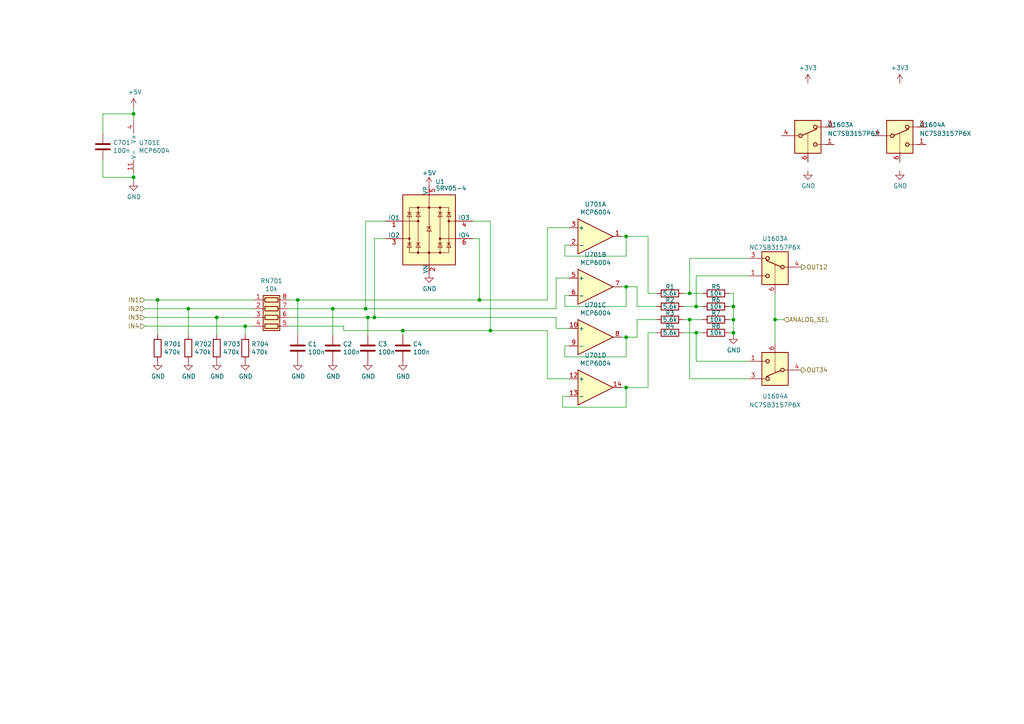
<source format=kicad_sch>
(kicad_sch (version 20210406) (generator eeschema)

  (uuid 9d08984a-c488-4a81-a031-0e69c2db0f54)

  (paper "A4")

  (title_block
    (title "rusEFI ATLAS")
    (date "2020-11-29")
    (rev "a")
    (company "rusEFI")
    (comment 1 "github.com/mck1117/atlas")
    (comment 2 "rusefi.com/s/proteus")
  )

  (lib_symbols
    (symbol "Amplifier_Operational:MCP6004" (pin_names (offset 0.127)) (in_bom yes) (on_board yes)
      (property "Reference" "U" (id 0) (at 0 5.08 0)
        (effects (font (size 1.27 1.27)) (justify left))
      )
      (property "Value" "MCP6004" (id 1) (at 0 -5.08 0)
        (effects (font (size 1.27 1.27)) (justify left))
      )
      (property "Footprint" "" (id 2) (at -1.27 2.54 0)
        (effects (font (size 1.27 1.27)) hide)
      )
      (property "Datasheet" "http://ww1.microchip.com/downloads/en/DeviceDoc/21733j.pdf" (id 3) (at 1.27 5.08 0)
        (effects (font (size 1.27 1.27)) hide)
      )
      (property "ki_locked" "" (id 4) (at 0 0 0)
        (effects (font (size 1.27 1.27)))
      )
      (property "ki_keywords" "quad opamp" (id 5) (at 0 0 0)
        (effects (font (size 1.27 1.27)) hide)
      )
      (property "ki_description" "1MHz, Low-Power Op Amp, DIP-14/SOIC-14/TSSOP-14" (id 6) (at 0 0 0)
        (effects (font (size 1.27 1.27)) hide)
      )
      (property "ki_fp_filters" "SOIC*3.9x8.7mm*P1.27mm* DIP*W7.62mm* TSSOP*4.4x5mm*P0.65mm* SSOP*5.3x6.2mm*P0.65mm* MSOP*3x3mm*P0.5mm*" (id 7) (at 0 0 0)
        (effects (font (size 1.27 1.27)) hide)
      )
      (symbol "MCP6004_1_1"
        (polyline
          (pts
            (xy -5.08 5.08)
            (xy 5.08 0)
            (xy -5.08 -5.08)
            (xy -5.08 5.08)
          )
          (stroke (width 0.254)) (fill (type background))
        )
        (pin output line (at 7.62 0 180) (length 2.54)
          (name "~" (effects (font (size 1.27 1.27))))
          (number "1" (effects (font (size 1.27 1.27))))
        )
        (pin input line (at -7.62 -2.54 0) (length 2.54)
          (name "-" (effects (font (size 1.27 1.27))))
          (number "2" (effects (font (size 1.27 1.27))))
        )
        (pin input line (at -7.62 2.54 0) (length 2.54)
          (name "+" (effects (font (size 1.27 1.27))))
          (number "3" (effects (font (size 1.27 1.27))))
        )
      )
      (symbol "MCP6004_2_1"
        (polyline
          (pts
            (xy -5.08 5.08)
            (xy 5.08 0)
            (xy -5.08 -5.08)
            (xy -5.08 5.08)
          )
          (stroke (width 0.254)) (fill (type background))
        )
        (pin input line (at -7.62 2.54 0) (length 2.54)
          (name "+" (effects (font (size 1.27 1.27))))
          (number "5" (effects (font (size 1.27 1.27))))
        )
        (pin input line (at -7.62 -2.54 0) (length 2.54)
          (name "-" (effects (font (size 1.27 1.27))))
          (number "6" (effects (font (size 1.27 1.27))))
        )
        (pin output line (at 7.62 0 180) (length 2.54)
          (name "~" (effects (font (size 1.27 1.27))))
          (number "7" (effects (font (size 1.27 1.27))))
        )
      )
      (symbol "MCP6004_3_1"
        (polyline
          (pts
            (xy -5.08 5.08)
            (xy 5.08 0)
            (xy -5.08 -5.08)
            (xy -5.08 5.08)
          )
          (stroke (width 0.254)) (fill (type background))
        )
        (pin input line (at -7.62 2.54 0) (length 2.54)
          (name "+" (effects (font (size 1.27 1.27))))
          (number "10" (effects (font (size 1.27 1.27))))
        )
        (pin output line (at 7.62 0 180) (length 2.54)
          (name "~" (effects (font (size 1.27 1.27))))
          (number "8" (effects (font (size 1.27 1.27))))
        )
        (pin input line (at -7.62 -2.54 0) (length 2.54)
          (name "-" (effects (font (size 1.27 1.27))))
          (number "9" (effects (font (size 1.27 1.27))))
        )
      )
      (symbol "MCP6004_4_1"
        (polyline
          (pts
            (xy -5.08 5.08)
            (xy 5.08 0)
            (xy -5.08 -5.08)
            (xy -5.08 5.08)
          )
          (stroke (width 0.254)) (fill (type background))
        )
        (pin input line (at -7.62 2.54 0) (length 2.54)
          (name "+" (effects (font (size 1.27 1.27))))
          (number "12" (effects (font (size 1.27 1.27))))
        )
        (pin input line (at -7.62 -2.54 0) (length 2.54)
          (name "-" (effects (font (size 1.27 1.27))))
          (number "13" (effects (font (size 1.27 1.27))))
        )
        (pin output line (at 7.62 0 180) (length 2.54)
          (name "~" (effects (font (size 1.27 1.27))))
          (number "14" (effects (font (size 1.27 1.27))))
        )
      )
      (symbol "MCP6004_5_1"
        (pin power_in line (at -2.54 -7.62 90) (length 3.81)
          (name "V-" (effects (font (size 1.27 1.27))))
          (number "11" (effects (font (size 1.27 1.27))))
        )
        (pin power_in line (at -2.54 7.62 270) (length 3.81)
          (name "V+" (effects (font (size 1.27 1.27))))
          (number "4" (effects (font (size 1.27 1.27))))
        )
      )
    )
    (symbol "Analog_Switch:NC7SB3157P6X" (pin_names (offset 0.127)) (in_bom yes) (on_board yes)
      (property "Reference" "U" (id 0) (at -3.175 4.699 0)
        (effects (font (size 1.27 1.27)) (justify left))
      )
      (property "Value" "NC7SB3157P6X" (id 1) (at -3.175 2.921 0)
        (effects (font (size 1.27 1.27)) (justify left))
      )
      (property "Footprint" "Package_TO_SOT_SMD:SOT-363_SC-70-6" (id 2) (at 0 -7.62 0)
        (effects (font (size 1.27 1.27)) hide)
      )
      (property "Datasheet" "https://www.onsemi.com/pub/Collateral/NC7SB3157-D.PDF" (id 3) (at 0 0 0)
        (effects (font (size 1.27 1.27)) hide)
      )
      (property "ki_keywords" "CMOS Analog Switch" (id 4) (at 0 0 0)
        (effects (font (size 1.27 1.27)) hide)
      )
      (property "ki_description" "Single SPDT Low-Voltage Analog Switch or 2:1 Multiplexer/De-Multiplexer Bus Switch, 10Ohm Ron, SC-70-6" (id 5) (at 0 0 0)
        (effects (font (size 1.27 1.27)) hide)
      )
      (property "ki_fp_filters" "*SC?70*" (id 6) (at 0 0 0)
        (effects (font (size 1.27 1.27)) hide)
      )
      (symbol "NC7SB3157P6X_1_1"
        (circle (center -2.159 -2.54) (radius 0.508) (stroke (width 0.254)) (fill (type none)))
        (circle (center 2.159 -5.08) (radius 0.508) (stroke (width 0.254)) (fill (type none)))
        (circle (center 2.159 0) (radius 0.508) (stroke (width 0.254)) (fill (type none)))
        (rectangle (start -3.81 1.905) (end 3.81 -7.62)
          (stroke (width 0.254)) (fill (type background))
        )
        (polyline
          (pts
            (xy -5.08 -2.54)
            (xy -2.794 -2.54)
          )
          (stroke (width 0)) (fill (type none))
        )
        (polyline
          (pts
            (xy -1.651 -2.413)
            (xy 2.54 -0.635)
          )
          (stroke (width 0.254)) (fill (type none))
        )
        (polyline
          (pts
            (xy 0 -7.62)
            (xy 0 -7.112)
          )
          (stroke (width 0)) (fill (type none))
        )
        (polyline
          (pts
            (xy 0 -6.858)
            (xy 0 -6.604)
          )
          (stroke (width 0)) (fill (type none))
        )
        (polyline
          (pts
            (xy 0 -6.35)
            (xy 0 -6.096)
          )
          (stroke (width 0)) (fill (type none))
        )
        (polyline
          (pts
            (xy 0 -5.842)
            (xy 0 -5.588)
          )
          (stroke (width 0)) (fill (type none))
        )
        (polyline
          (pts
            (xy 0 -5.334)
            (xy 0 -5.08)
          )
          (stroke (width 0)) (fill (type none))
        )
        (polyline
          (pts
            (xy 0 -4.826)
            (xy 0 -4.572)
          )
          (stroke (width 0)) (fill (type none))
        )
        (polyline
          (pts
            (xy 0 -4.318)
            (xy 0 -4.064)
          )
          (stroke (width 0)) (fill (type none))
        )
        (polyline
          (pts
            (xy 0 -3.81)
            (xy 0 -3.556)
          )
          (stroke (width 0)) (fill (type none))
        )
        (polyline
          (pts
            (xy 0 -3.302)
            (xy 0 -3.048)
          )
          (stroke (width 0)) (fill (type none))
        )
        (polyline
          (pts
            (xy 0 -2.794)
            (xy 0 -2.54)
          )
          (stroke (width 0)) (fill (type none))
        )
        (polyline
          (pts
            (xy 0 -2.286)
            (xy 0 -2.032)
          )
          (stroke (width 0)) (fill (type none))
        )
        (polyline
          (pts
            (xy 0 -2.286)
            (xy 0 -2.032)
          )
          (stroke (width 0)) (fill (type none))
        )
        (polyline
          (pts
            (xy 5.08 -5.08)
            (xy 2.794 -5.08)
          )
          (stroke (width 0)) (fill (type none))
        )
        (polyline
          (pts
            (xy 5.08 0)
            (xy 2.794 0)
          )
          (stroke (width 0)) (fill (type none))
        )
        (pin passive line (at 7.62 -5.08 180) (length 2.54)
          (name "~" (effects (font (size 1.27 1.27))))
          (number "1" (effects (font (size 1.27 1.27))))
        )
        (pin passive line (at 7.62 0 180) (length 2.54)
          (name "~" (effects (font (size 1.27 1.27))))
          (number "3" (effects (font (size 1.27 1.27))))
        )
        (pin passive line (at -7.62 -2.54 0) (length 2.54)
          (name "~" (effects (font (size 1.27 1.27))))
          (number "4" (effects (font (size 1.27 1.27))))
        )
        (pin input line (at 0 -10.16 90) (length 2.54)
          (name "~" (effects (font (size 1.27 1.27))))
          (number "6" (effects (font (size 1.27 1.27))))
        )
      )
      (symbol "NC7SB3157P6X_2_0"
        (pin power_in line (at 0 -12.7 90) (length 2.54)
          (name "GND" (effects (font (size 1.27 1.27))))
          (number "2" (effects (font (size 1.27 1.27))))
        )
        (pin power_in line (at 0 12.7 270) (length 2.54)
          (name "V+" (effects (font (size 1.27 1.27))))
          (number "5" (effects (font (size 1.27 1.27))))
        )
      )
      (symbol "NC7SB3157P6X_2_1"
        (rectangle (start -3.81 10.16) (end 3.81 -10.16)
          (stroke (width 0.254)) (fill (type background))
        )
      )
    )
    (symbol "Device:C" (pin_numbers hide) (pin_names (offset 0.254)) (in_bom yes) (on_board yes)
      (property "Reference" "C" (id 0) (at 0.635 2.54 0)
        (effects (font (size 1.27 1.27)) (justify left))
      )
      (property "Value" "C" (id 1) (at 0.635 -2.54 0)
        (effects (font (size 1.27 1.27)) (justify left))
      )
      (property "Footprint" "" (id 2) (at 0.9652 -3.81 0)
        (effects (font (size 1.27 1.27)) hide)
      )
      (property "Datasheet" "~" (id 3) (at 0 0 0)
        (effects (font (size 1.27 1.27)) hide)
      )
      (property "ki_keywords" "cap capacitor" (id 4) (at 0 0 0)
        (effects (font (size 1.27 1.27)) hide)
      )
      (property "ki_description" "Unpolarized capacitor" (id 5) (at 0 0 0)
        (effects (font (size 1.27 1.27)) hide)
      )
      (property "ki_fp_filters" "C_*" (id 6) (at 0 0 0)
        (effects (font (size 1.27 1.27)) hide)
      )
      (symbol "C_0_1"
        (polyline
          (pts
            (xy -2.032 -0.762)
            (xy 2.032 -0.762)
          )
          (stroke (width 0.508)) (fill (type none))
        )
        (polyline
          (pts
            (xy -2.032 0.762)
            (xy 2.032 0.762)
          )
          (stroke (width 0.508)) (fill (type none))
        )
      )
      (symbol "C_1_1"
        (pin passive line (at 0 3.81 270) (length 2.794)
          (name "~" (effects (font (size 1.27 1.27))))
          (number "1" (effects (font (size 1.27 1.27))))
        )
        (pin passive line (at 0 -3.81 90) (length 2.794)
          (name "~" (effects (font (size 1.27 1.27))))
          (number "2" (effects (font (size 1.27 1.27))))
        )
      )
    )
    (symbol "Device:R" (pin_numbers hide) (pin_names (offset 0)) (in_bom yes) (on_board yes)
      (property "Reference" "R" (id 0) (at 2.032 0 90)
        (effects (font (size 1.27 1.27)))
      )
      (property "Value" "R" (id 1) (at 0 0 90)
        (effects (font (size 1.27 1.27)))
      )
      (property "Footprint" "" (id 2) (at -1.778 0 90)
        (effects (font (size 1.27 1.27)) hide)
      )
      (property "Datasheet" "~" (id 3) (at 0 0 0)
        (effects (font (size 1.27 1.27)) hide)
      )
      (property "ki_keywords" "R res resistor" (id 4) (at 0 0 0)
        (effects (font (size 1.27 1.27)) hide)
      )
      (property "ki_description" "Resistor" (id 5) (at 0 0 0)
        (effects (font (size 1.27 1.27)) hide)
      )
      (property "ki_fp_filters" "R_*" (id 6) (at 0 0 0)
        (effects (font (size 1.27 1.27)) hide)
      )
      (symbol "R_0_1"
        (rectangle (start -1.016 -2.54) (end 1.016 2.54)
          (stroke (width 0.254)) (fill (type none))
        )
      )
      (symbol "R_1_1"
        (pin passive line (at 0 3.81 270) (length 1.27)
          (name "~" (effects (font (size 1.27 1.27))))
          (number "1" (effects (font (size 1.27 1.27))))
        )
        (pin passive line (at 0 -3.81 90) (length 1.27)
          (name "~" (effects (font (size 1.27 1.27))))
          (number "2" (effects (font (size 1.27 1.27))))
        )
      )
    )
    (symbol "Device:R_Pack04" (pin_names (offset 0) hide) (in_bom yes) (on_board yes)
      (property "Reference" "RN" (id 0) (at -7.62 0 90)
        (effects (font (size 1.27 1.27)))
      )
      (property "Value" "R_Pack04" (id 1) (at 5.08 0 90)
        (effects (font (size 1.27 1.27)))
      )
      (property "Footprint" "" (id 2) (at 6.985 0 90)
        (effects (font (size 1.27 1.27)) hide)
      )
      (property "Datasheet" "~" (id 3) (at 0 0 0)
        (effects (font (size 1.27 1.27)) hide)
      )
      (property "ki_keywords" "R network parallel topology isolated" (id 4) (at 0 0 0)
        (effects (font (size 1.27 1.27)) hide)
      )
      (property "ki_description" "4 resistor network, parallel topology" (id 5) (at 0 0 0)
        (effects (font (size 1.27 1.27)) hide)
      )
      (property "ki_fp_filters" "DIP* SOIC* R*Array*Concave* R*Array*Convex*" (id 6) (at 0 0 0)
        (effects (font (size 1.27 1.27)) hide)
      )
      (symbol "R_Pack04_0_1"
        (rectangle (start -5.715 1.905) (end -4.445 -1.905)
          (stroke (width 0.254)) (fill (type none))
        )
        (rectangle (start -3.175 1.905) (end -1.905 -1.905)
          (stroke (width 0.254)) (fill (type none))
        )
        (rectangle (start -0.635 1.905) (end 0.635 -1.905)
          (stroke (width 0.254)) (fill (type none))
        )
        (rectangle (start 1.905 1.905) (end 3.175 -1.905)
          (stroke (width 0.254)) (fill (type none))
        )
        (rectangle (start -6.35 -2.413) (end 3.81 2.413)
          (stroke (width 0.254)) (fill (type background))
        )
        (polyline
          (pts
            (xy -5.08 -2.54)
            (xy -5.08 -1.905)
          )
          (stroke (width 0)) (fill (type none))
        )
        (polyline
          (pts
            (xy -5.08 1.905)
            (xy -5.08 2.54)
          )
          (stroke (width 0)) (fill (type none))
        )
        (polyline
          (pts
            (xy -2.54 -2.54)
            (xy -2.54 -1.905)
          )
          (stroke (width 0)) (fill (type none))
        )
        (polyline
          (pts
            (xy -2.54 1.905)
            (xy -2.54 2.54)
          )
          (stroke (width 0)) (fill (type none))
        )
        (polyline
          (pts
            (xy 0 -2.54)
            (xy 0 -1.905)
          )
          (stroke (width 0)) (fill (type none))
        )
        (polyline
          (pts
            (xy 0 1.905)
            (xy 0 2.54)
          )
          (stroke (width 0)) (fill (type none))
        )
        (polyline
          (pts
            (xy 2.54 -2.54)
            (xy 2.54 -1.905)
          )
          (stroke (width 0)) (fill (type none))
        )
        (polyline
          (pts
            (xy 2.54 1.905)
            (xy 2.54 2.54)
          )
          (stroke (width 0)) (fill (type none))
        )
      )
      (symbol "R_Pack04_1_1"
        (pin passive line (at -5.08 -5.08 90) (length 2.54)
          (name "R1.1" (effects (font (size 1.27 1.27))))
          (number "1" (effects (font (size 1.27 1.27))))
        )
        (pin passive line (at -2.54 -5.08 90) (length 2.54)
          (name "R2.1" (effects (font (size 1.27 1.27))))
          (number "2" (effects (font (size 1.27 1.27))))
        )
        (pin passive line (at 0 -5.08 90) (length 2.54)
          (name "R3.1" (effects (font (size 1.27 1.27))))
          (number "3" (effects (font (size 1.27 1.27))))
        )
        (pin passive line (at 2.54 -5.08 90) (length 2.54)
          (name "R4.1" (effects (font (size 1.27 1.27))))
          (number "4" (effects (font (size 1.27 1.27))))
        )
        (pin passive line (at 2.54 5.08 270) (length 2.54)
          (name "R4.2" (effects (font (size 1.27 1.27))))
          (number "5" (effects (font (size 1.27 1.27))))
        )
        (pin passive line (at 0 5.08 270) (length 2.54)
          (name "R3.2" (effects (font (size 1.27 1.27))))
          (number "6" (effects (font (size 1.27 1.27))))
        )
        (pin passive line (at -2.54 5.08 270) (length 2.54)
          (name "R2.2" (effects (font (size 1.27 1.27))))
          (number "7" (effects (font (size 1.27 1.27))))
        )
        (pin passive line (at -5.08 5.08 270) (length 2.54)
          (name "R1.2" (effects (font (size 1.27 1.27))))
          (number "8" (effects (font (size 1.27 1.27))))
        )
      )
    )
    (symbol "Power_Protection:SRV05-4" (pin_names (offset 0)) (in_bom yes) (on_board yes)
      (property "Reference" "U" (id 0) (at -5.08 11.43 0)
        (effects (font (size 1.27 1.27)) (justify right))
      )
      (property "Value" "SRV05-4" (id 1) (at 2.54 11.43 0)
        (effects (font (size 1.27 1.27)) (justify left))
      )
      (property "Footprint" "Package_TO_SOT_SMD:SOT-23-6" (id 2) (at 17.78 -11.43 0)
        (effects (font (size 1.27 1.27)) hide)
      )
      (property "Datasheet" "http://www.onsemi.com/pub/Collateral/SRV05-4-D.PDF" (id 3) (at 0 0 0)
        (effects (font (size 1.27 1.27)) hide)
      )
      (property "ki_keywords" "ESD protection diodes" (id 4) (at 0 0 0)
        (effects (font (size 1.27 1.27)) hide)
      )
      (property "ki_description" "ESD Protection Diodes with Low Clamping Voltage, SOT-23-6" (id 5) (at 0 0 0)
        (effects (font (size 1.27 1.27)) hide)
      )
      (property "ki_fp_filters" "SOT?23*" (id 6) (at 0 0 0)
        (effects (font (size 1.27 1.27)) hide)
      )
      (symbol "SRV05-4_0_0"
        (rectangle (start -5.715 6.477) (end 5.715 -6.604)
          (stroke (width 0)) (fill (type none))
        )
        (polyline
          (pts
            (xy -3.175 -6.604)
            (xy -3.175 6.477)
          )
          (stroke (width 0)) (fill (type none))
        )
        (polyline
          (pts
            (xy 3.175 6.477)
            (xy 3.175 -6.604)
          )
          (stroke (width 0)) (fill (type none))
        )
      )
      (symbol "SRV05-4_0_1"
        (circle (center -5.715 -2.54) (radius 0.2794) (stroke (width 0)) (fill (type outline)))
        (circle (center -3.175 -6.604) (radius 0.2794) (stroke (width 0)) (fill (type outline)))
        (circle (center -3.175 2.54) (radius 0.2794) (stroke (width 0)) (fill (type outline)))
        (circle (center -3.175 6.477) (radius 0.2794) (stroke (width 0)) (fill (type outline)))
        (circle (center 0 -6.604) (radius 0.2794) (stroke (width 0)) (fill (type outline)))
        (circle (center 0 6.477) (radius 0.2794) (stroke (width 0)) (fill (type outline)))
        (circle (center 3.175 -6.604) (radius 0.2794) (stroke (width 0)) (fill (type outline)))
        (circle (center 3.175 -2.54) (radius 0.2794) (stroke (width 0)) (fill (type outline)))
        (circle (center 3.175 6.477) (radius 0.2794) (stroke (width 0)) (fill (type outline)))
        (circle (center 5.715 2.54) (radius 0.2794) (stroke (width 0)) (fill (type outline)))
        (rectangle (start -7.62 10.16) (end 7.62 -10.16)
          (stroke (width 0.254)) (fill (type background))
        )
        (polyline
          (pts
            (xy -7.747 2.54)
            (xy -3.175 2.54)
          )
          (stroke (width 0)) (fill (type none))
        )
        (polyline
          (pts
            (xy -7.62 -2.54)
            (xy -5.715 -2.54)
          )
          (stroke (width 0)) (fill (type none))
        )
        (polyline
          (pts
            (xy -5.08 -3.81)
            (xy -6.35 -3.81)
          )
          (stroke (width 0)) (fill (type none))
        )
        (polyline
          (pts
            (xy -5.08 5.08)
            (xy -6.35 5.08)
          )
          (stroke (width 0)) (fill (type none))
        )
        (polyline
          (pts
            (xy -2.54 -3.81)
            (xy -3.81 -3.81)
          )
          (stroke (width 0)) (fill (type none))
        )
        (polyline
          (pts
            (xy -2.54 5.08)
            (xy -3.81 5.08)
          )
          (stroke (width 0)) (fill (type none))
        )
        (polyline
          (pts
            (xy 0 10.16)
            (xy 0 -10.16)
          )
          (stroke (width 0)) (fill (type none))
        )
        (polyline
          (pts
            (xy 3.81 -3.81)
            (xy 2.54 -3.81)
          )
          (stroke (width 0)) (fill (type none))
        )
        (polyline
          (pts
            (xy 3.81 5.08)
            (xy 2.54 5.08)
          )
          (stroke (width 0)) (fill (type none))
        )
        (polyline
          (pts
            (xy 6.35 -3.81)
            (xy 5.08 -3.81)
          )
          (stroke (width 0)) (fill (type none))
        )
        (polyline
          (pts
            (xy 6.35 5.08)
            (xy 5.08 5.08)
          )
          (stroke (width 0)) (fill (type none))
        )
        (polyline
          (pts
            (xy 7.62 -2.54)
            (xy 3.175 -2.54)
          )
          (stroke (width 0)) (fill (type none))
        )
        (polyline
          (pts
            (xy 7.62 2.54)
            (xy 5.715 2.54)
          )
          (stroke (width 0)) (fill (type none))
        )
        (polyline
          (pts
            (xy 0.635 0.889)
            (xy -0.635 0.889)
            (xy -0.635 0.635)
          )
          (stroke (width 0)) (fill (type none))
        )
        (polyline
          (pts
            (xy -5.08 -5.08)
            (xy -6.35 -5.08)
            (xy -5.715 -3.81)
            (xy -5.08 -5.08)
          )
          (stroke (width 0)) (fill (type none))
        )
        (polyline
          (pts
            (xy -5.08 3.81)
            (xy -6.35 3.81)
            (xy -5.715 5.08)
            (xy -5.08 3.81)
          )
          (stroke (width 0)) (fill (type none))
        )
        (polyline
          (pts
            (xy -2.54 -5.08)
            (xy -3.81 -5.08)
            (xy -3.175 -3.81)
            (xy -2.54 -5.08)
          )
          (stroke (width 0)) (fill (type none))
        )
        (polyline
          (pts
            (xy -2.54 3.81)
            (xy -3.81 3.81)
            (xy -3.175 5.08)
            (xy -2.54 3.81)
          )
          (stroke (width 0)) (fill (type none))
        )
        (polyline
          (pts
            (xy 0.635 -0.381)
            (xy -0.635 -0.381)
            (xy 0 0.889)
            (xy 0.635 -0.381)
          )
          (stroke (width 0)) (fill (type none))
        )
        (polyline
          (pts
            (xy 3.81 -5.08)
            (xy 2.54 -5.08)
            (xy 3.175 -3.81)
            (xy 3.81 -5.08)
          )
          (stroke (width 0)) (fill (type none))
        )
        (polyline
          (pts
            (xy 3.81 3.81)
            (xy 2.54 3.81)
            (xy 3.175 5.08)
            (xy 3.81 3.81)
          )
          (stroke (width 0)) (fill (type none))
        )
        (polyline
          (pts
            (xy 6.35 -5.08)
            (xy 5.08 -5.08)
            (xy 5.715 -3.81)
            (xy 6.35 -5.08)
          )
          (stroke (width 0)) (fill (type none))
        )
        (polyline
          (pts
            (xy 6.35 3.81)
            (xy 5.08 3.81)
            (xy 5.715 5.08)
            (xy 6.35 3.81)
          )
          (stroke (width 0)) (fill (type none))
        )
      )
      (symbol "SRV05-4_1_1"
        (pin passive line (at -12.7 2.54 0) (length 5.08)
          (name "IO1" (effects (font (size 1.27 1.27))))
          (number "1" (effects (font (size 1.27 1.27))))
        )
        (pin passive line (at 0 -12.7 90) (length 2.54)
          (name "VN" (effects (font (size 1.27 1.27))))
          (number "2" (effects (font (size 1.27 1.27))))
        )
        (pin passive line (at -12.7 -2.54 0) (length 5.08)
          (name "IO2" (effects (font (size 1.27 1.27))))
          (number "3" (effects (font (size 1.27 1.27))))
        )
        (pin passive line (at 12.7 2.54 180) (length 5.08)
          (name "IO3" (effects (font (size 1.27 1.27))))
          (number "4" (effects (font (size 1.27 1.27))))
        )
        (pin passive line (at 0 12.7 270) (length 2.54)
          (name "VP" (effects (font (size 1.27 1.27))))
          (number "5" (effects (font (size 1.27 1.27))))
        )
        (pin passive line (at 12.7 -2.54 180) (length 5.08)
          (name "IO4" (effects (font (size 1.27 1.27))))
          (number "6" (effects (font (size 1.27 1.27))))
        )
      )
    )
    (symbol "power:+3V3" (power) (pin_names (offset 0)) (in_bom yes) (on_board yes)
      (property "Reference" "#PWR" (id 0) (at 0 -3.81 0)
        (effects (font (size 1.27 1.27)) hide)
      )
      (property "Value" "+3V3" (id 1) (at 0 3.556 0)
        (effects (font (size 1.27 1.27)))
      )
      (property "Footprint" "" (id 2) (at 0 0 0)
        (effects (font (size 1.27 1.27)) hide)
      )
      (property "Datasheet" "" (id 3) (at 0 0 0)
        (effects (font (size 1.27 1.27)) hide)
      )
      (property "ki_keywords" "power-flag" (id 4) (at 0 0 0)
        (effects (font (size 1.27 1.27)) hide)
      )
      (property "ki_description" "Power symbol creates a global label with name \"+3V3\"" (id 5) (at 0 0 0)
        (effects (font (size 1.27 1.27)) hide)
      )
      (symbol "+3V3_0_1"
        (polyline
          (pts
            (xy -0.762 1.27)
            (xy 0 2.54)
          )
          (stroke (width 0)) (fill (type none))
        )
        (polyline
          (pts
            (xy 0 0)
            (xy 0 2.54)
          )
          (stroke (width 0)) (fill (type none))
        )
        (polyline
          (pts
            (xy 0 2.54)
            (xy 0.762 1.27)
          )
          (stroke (width 0)) (fill (type none))
        )
      )
      (symbol "+3V3_1_1"
        (pin power_in line (at 0 0 90) (length 0) hide
          (name "+3V3" (effects (font (size 1.27 1.27))))
          (number "1" (effects (font (size 1.27 1.27))))
        )
      )
    )
    (symbol "power:+5V" (power) (pin_names (offset 0)) (in_bom yes) (on_board yes)
      (property "Reference" "#PWR" (id 0) (at 0 -3.81 0)
        (effects (font (size 1.27 1.27)) hide)
      )
      (property "Value" "+5V" (id 1) (at 0 3.556 0)
        (effects (font (size 1.27 1.27)))
      )
      (property "Footprint" "" (id 2) (at 0 0 0)
        (effects (font (size 1.27 1.27)) hide)
      )
      (property "Datasheet" "" (id 3) (at 0 0 0)
        (effects (font (size 1.27 1.27)) hide)
      )
      (property "ki_keywords" "power-flag" (id 4) (at 0 0 0)
        (effects (font (size 1.27 1.27)) hide)
      )
      (property "ki_description" "Power symbol creates a global label with name \"+5V\"" (id 5) (at 0 0 0)
        (effects (font (size 1.27 1.27)) hide)
      )
      (symbol "+5V_0_1"
        (polyline
          (pts
            (xy -0.762 1.27)
            (xy 0 2.54)
          )
          (stroke (width 0)) (fill (type none))
        )
        (polyline
          (pts
            (xy 0 0)
            (xy 0 2.54)
          )
          (stroke (width 0)) (fill (type none))
        )
        (polyline
          (pts
            (xy 0 2.54)
            (xy 0.762 1.27)
          )
          (stroke (width 0)) (fill (type none))
        )
      )
      (symbol "+5V_1_1"
        (pin power_in line (at 0 0 90) (length 0) hide
          (name "+5V" (effects (font (size 1.27 1.27))))
          (number "1" (effects (font (size 1.27 1.27))))
        )
      )
    )
    (symbol "power:GND" (power) (pin_names (offset 0)) (in_bom yes) (on_board yes)
      (property "Reference" "#PWR" (id 0) (at 0 -6.35 0)
        (effects (font (size 1.27 1.27)) hide)
      )
      (property "Value" "GND" (id 1) (at 0 -3.81 0)
        (effects (font (size 1.27 1.27)))
      )
      (property "Footprint" "" (id 2) (at 0 0 0)
        (effects (font (size 1.27 1.27)) hide)
      )
      (property "Datasheet" "" (id 3) (at 0 0 0)
        (effects (font (size 1.27 1.27)) hide)
      )
      (property "ki_keywords" "power-flag" (id 4) (at 0 0 0)
        (effects (font (size 1.27 1.27)) hide)
      )
      (property "ki_description" "Power symbol creates a global label with name \"GND\" , ground" (id 5) (at 0 0 0)
        (effects (font (size 1.27 1.27)) hide)
      )
      (symbol "GND_0_1"
        (polyline
          (pts
            (xy 0 0)
            (xy 0 -1.27)
            (xy 1.27 -1.27)
            (xy 0 -2.54)
            (xy -1.27 -1.27)
            (xy 0 -1.27)
          )
          (stroke (width 0)) (fill (type none))
        )
      )
      (symbol "GND_1_1"
        (pin power_in line (at 0 0 270) (length 0) hide
          (name "GND" (effects (font (size 1.27 1.27))))
          (number "1" (effects (font (size 1.27 1.27))))
        )
      )
    )
  )

  (junction (at 38.735 33.02) (diameter 0.9144) (color 0 0 0 0))
  (junction (at 38.735 51.435) (diameter 0.9144) (color 0 0 0 0))
  (junction (at 45.72 86.995) (diameter 0.9144) (color 0 0 0 0))
  (junction (at 54.61 89.535) (diameter 0.9144) (color 0 0 0 0))
  (junction (at 62.865 92.075) (diameter 0.9144) (color 0 0 0 0))
  (junction (at 71.12 94.615) (diameter 0.9144) (color 0 0 0 0))
  (junction (at 86.36 86.995) (diameter 0.9144) (color 0 0 0 0))
  (junction (at 96.52 89.535) (diameter 0.9144) (color 0 0 0 0))
  (junction (at 106.045 89.535) (diameter 0.9144) (color 0 0 0 0))
  (junction (at 106.68 92.075) (diameter 0.9144) (color 0 0 0 0))
  (junction (at 108.585 92.075) (diameter 0.9144) (color 0 0 0 0))
  (junction (at 116.84 95.885) (diameter 0.9144) (color 0 0 0 0))
  (junction (at 139.065 86.995) (diameter 0.9144) (color 0 0 0 0))
  (junction (at 142.24 95.885) (diameter 0.9144) (color 0 0 0 0))
  (junction (at 181.61 68.58) (diameter 0.9144) (color 0 0 0 0))
  (junction (at 181.61 83.185) (diameter 0.9144) (color 0 0 0 0))
  (junction (at 181.61 97.79) (diameter 0.9144) (color 0 0 0 0))
  (junction (at 181.61 112.395) (diameter 0.9144) (color 0 0 0 0))
  (junction (at 200.025 85.09) (diameter 0.9144) (color 0 0 0 0))
  (junction (at 200.025 92.71) (diameter 0.9144) (color 0 0 0 0))
  (junction (at 201.93 88.9) (diameter 0.9144) (color 0 0 0 0))
  (junction (at 201.93 96.52) (diameter 0.9144) (color 0 0 0 0))
  (junction (at 212.725 88.9) (diameter 0.9144) (color 0 0 0 0))
  (junction (at 212.725 92.71) (diameter 0.9144) (color 0 0 0 0))
  (junction (at 212.725 96.52) (diameter 0.9144) (color 0 0 0 0))
  (junction (at 224.79 92.71) (diameter 0.9144) (color 0 0 0 0))

  (wire (pts (xy 29.845 33.02) (xy 38.735 33.02))
    (stroke (width 0) (type solid) (color 0 0 0 0))
    (uuid d725768c-17e2-4019-9fed-bc4eaa322e26)
  )
  (wire (pts (xy 29.845 38.735) (xy 29.845 33.02))
    (stroke (width 0) (type solid) (color 0 0 0 0))
    (uuid e431ae20-9608-4e17-b9e5-a367a991cc31)
  )
  (wire (pts (xy 29.845 51.435) (xy 29.845 46.355))
    (stroke (width 0) (type solid) (color 0 0 0 0))
    (uuid 0d0ca322-ad79-41a8-a678-207a113df127)
  )
  (wire (pts (xy 38.735 31.115) (xy 38.735 33.02))
    (stroke (width 0) (type solid) (color 0 0 0 0))
    (uuid 38293e6a-417d-4018-9aa6-fb695d6e6f50)
  )
  (wire (pts (xy 38.735 33.02) (xy 38.735 34.925))
    (stroke (width 0) (type solid) (color 0 0 0 0))
    (uuid 13dac587-4ec7-4324-8f0b-c2354f78a75c)
  )
  (wire (pts (xy 38.735 51.435) (xy 29.845 51.435))
    (stroke (width 0) (type solid) (color 0 0 0 0))
    (uuid 469bb497-ddba-4fcb-9d8b-cf001e15f5e1)
  )
  (wire (pts (xy 38.735 51.435) (xy 38.735 50.165))
    (stroke (width 0) (type solid) (color 0 0 0 0))
    (uuid d4215f14-cf22-4785-9219-3cafc1206582)
  )
  (wire (pts (xy 38.735 52.705) (xy 38.735 51.435))
    (stroke (width 0) (type solid) (color 0 0 0 0))
    (uuid 090aa40f-a410-435c-8de5-f479dab4d1ed)
  )
  (wire (pts (xy 41.91 86.995) (xy 45.72 86.995))
    (stroke (width 0) (type solid) (color 0 0 0 0))
    (uuid 94b0081f-d933-426f-80bf-be1eeacc3a8e)
  )
  (wire (pts (xy 41.91 92.075) (xy 62.865 92.075))
    (stroke (width 0) (type solid) (color 0 0 0 0))
    (uuid eea9c405-0825-4795-936b-1ea8bb873e8c)
  )
  (wire (pts (xy 45.72 86.995) (xy 45.72 97.155))
    (stroke (width 0) (type solid) (color 0 0 0 0))
    (uuid 96d3aa91-abb7-4716-8e4b-5a4df2cfef0e)
  )
  (wire (pts (xy 45.72 86.995) (xy 73.66 86.995))
    (stroke (width 0) (type solid) (color 0 0 0 0))
    (uuid 2598bb5d-edd3-43b5-a62e-76aca7e2656a)
  )
  (wire (pts (xy 54.61 89.535) (xy 41.91 89.535))
    (stroke (width 0) (type solid) (color 0 0 0 0))
    (uuid 9602f5e2-822d-4d7e-85db-712bd14e11a0)
  )
  (wire (pts (xy 54.61 89.535) (xy 73.66 89.535))
    (stroke (width 0) (type solid) (color 0 0 0 0))
    (uuid f977b4e4-f562-4403-b4d1-fbf61cea8eaf)
  )
  (wire (pts (xy 54.61 97.155) (xy 54.61 89.535))
    (stroke (width 0) (type solid) (color 0 0 0 0))
    (uuid 04c93c02-3026-4191-9281-6294f087e3cc)
  )
  (wire (pts (xy 62.865 92.075) (xy 62.865 97.155))
    (stroke (width 0) (type solid) (color 0 0 0 0))
    (uuid a8ecb87c-ea55-4343-be83-c59d70fd9182)
  )
  (wire (pts (xy 71.12 94.615) (xy 41.91 94.615))
    (stroke (width 0) (type solid) (color 0 0 0 0))
    (uuid 2e6f45b8-240b-4306-8236-c50c2e77ac09)
  )
  (wire (pts (xy 71.12 94.615) (xy 73.66 94.615))
    (stroke (width 0) (type solid) (color 0 0 0 0))
    (uuid 05d29c80-63d9-4ccd-9a69-41c985a1ad1b)
  )
  (wire (pts (xy 71.12 97.155) (xy 71.12 94.615))
    (stroke (width 0) (type solid) (color 0 0 0 0))
    (uuid 7d293442-5419-4c3c-b91c-c5a97948d501)
  )
  (wire (pts (xy 73.66 92.075) (xy 62.865 92.075))
    (stroke (width 0) (type solid) (color 0 0 0 0))
    (uuid 2907f086-504b-4420-9fec-8a60dda3c3ce)
  )
  (wire (pts (xy 83.82 89.535) (xy 96.52 89.535))
    (stroke (width 0) (type solid) (color 0 0 0 0))
    (uuid cf20de1e-d62e-42cb-9c97-04bdaba28d39)
  )
  (wire (pts (xy 83.82 92.075) (xy 106.68 92.075))
    (stroke (width 0) (type solid) (color 0 0 0 0))
    (uuid 71d66914-e464-45a9-8d91-cd64eb379c29)
  )
  (wire (pts (xy 83.82 94.615) (xy 99.695 94.615))
    (stroke (width 0) (type solid) (color 0 0 0 0))
    (uuid 49f8539e-09a6-48b3-acab-604cd3a22d24)
  )
  (wire (pts (xy 86.36 86.995) (xy 83.82 86.995))
    (stroke (width 0) (type solid) (color 0 0 0 0))
    (uuid 908fc175-2764-4149-95e9-98769ac32e96)
  )
  (wire (pts (xy 86.36 86.995) (xy 139.065 86.995))
    (stroke (width 0) (type solid) (color 0 0 0 0))
    (uuid b416464c-7cd6-4425-bff0-c37a217da385)
  )
  (wire (pts (xy 86.36 97.155) (xy 86.36 86.995))
    (stroke (width 0) (type solid) (color 0 0 0 0))
    (uuid f32837a6-4374-43a1-8091-3363a759212d)
  )
  (wire (pts (xy 96.52 89.535) (xy 96.52 97.155))
    (stroke (width 0) (type solid) (color 0 0 0 0))
    (uuid 04ff40f6-81f6-4265-b0c9-518bd8e407f4)
  )
  (wire (pts (xy 96.52 89.535) (xy 106.045 89.535))
    (stroke (width 0) (type solid) (color 0 0 0 0))
    (uuid e534ec4f-f866-4d94-bf48-40b2ffd6514f)
  )
  (wire (pts (xy 99.695 94.615) (xy 99.695 95.885))
    (stroke (width 0) (type solid) (color 0 0 0 0))
    (uuid 5b01a60f-53dc-48c7-a193-20b038df099b)
  )
  (wire (pts (xy 99.695 95.885) (xy 116.84 95.885))
    (stroke (width 0) (type solid) (color 0 0 0 0))
    (uuid fc46df7f-7ca7-4088-a297-0b99220a7cbd)
  )
  (wire (pts (xy 106.045 64.135) (xy 106.045 89.535))
    (stroke (width 0) (type solid) (color 0 0 0 0))
    (uuid 1e57e915-76d7-4ff9-8a3d-3fe4c81e9fa1)
  )
  (wire (pts (xy 106.045 89.535) (xy 161.29 89.535))
    (stroke (width 0) (type solid) (color 0 0 0 0))
    (uuid 39fd1794-297f-4bf6-bbf6-b70c0606e4b1)
  )
  (wire (pts (xy 106.68 92.075) (xy 106.68 97.155))
    (stroke (width 0) (type solid) (color 0 0 0 0))
    (uuid 07013786-f2ce-4898-955d-07d91fe89f68)
  )
  (wire (pts (xy 106.68 92.075) (xy 108.585 92.075))
    (stroke (width 0) (type solid) (color 0 0 0 0))
    (uuid 26bfb7ee-0e3e-42e1-9632-c398989716c9)
  )
  (wire (pts (xy 108.585 69.215) (xy 108.585 92.075))
    (stroke (width 0) (type solid) (color 0 0 0 0))
    (uuid 224ccd65-18f0-435a-aebb-05ff40b71b1d)
  )
  (wire (pts (xy 108.585 92.075) (xy 161.29 92.075))
    (stroke (width 0) (type solid) (color 0 0 0 0))
    (uuid 4b297510-4fef-488b-9ecd-838ee87c984a)
  )
  (wire (pts (xy 111.76 64.135) (xy 106.045 64.135))
    (stroke (width 0) (type solid) (color 0 0 0 0))
    (uuid 6cd58ddf-74a8-4bd0-a922-3cdd5845bc95)
  )
  (wire (pts (xy 111.76 69.215) (xy 108.585 69.215))
    (stroke (width 0) (type solid) (color 0 0 0 0))
    (uuid 79a9e3c1-f44f-4aa8-9be0-188051928806)
  )
  (wire (pts (xy 116.84 95.885) (xy 142.24 95.885))
    (stroke (width 0) (type solid) (color 0 0 0 0))
    (uuid 518d9e31-98fd-4ee7-849e-66403c0c9341)
  )
  (wire (pts (xy 116.84 97.155) (xy 116.84 95.885))
    (stroke (width 0) (type solid) (color 0 0 0 0))
    (uuid 0529d098-2193-4079-bf93-3060b46142fd)
  )
  (wire (pts (xy 137.16 64.135) (xy 142.24 64.135))
    (stroke (width 0) (type solid) (color 0 0 0 0))
    (uuid d7324529-7ffd-4aa6-86e9-17fccc3ea41d)
  )
  (wire (pts (xy 137.16 69.215) (xy 139.065 69.215))
    (stroke (width 0) (type solid) (color 0 0 0 0))
    (uuid 194f9589-4870-4433-80d9-7c07c9b76493)
  )
  (wire (pts (xy 139.065 69.215) (xy 139.065 86.995))
    (stroke (width 0) (type solid) (color 0 0 0 0))
    (uuid 77846ccd-a284-492d-bd75-bd13e9c051d2)
  )
  (wire (pts (xy 139.065 86.995) (xy 158.75 86.995))
    (stroke (width 0) (type solid) (color 0 0 0 0))
    (uuid d72053d8-1fda-47a4-af68-1db423f31dc4)
  )
  (wire (pts (xy 142.24 64.135) (xy 142.24 95.885))
    (stroke (width 0) (type solid) (color 0 0 0 0))
    (uuid bdf2efb8-f8f0-4cc7-9ba7-7413e9f4a63c)
  )
  (wire (pts (xy 142.24 95.885) (xy 158.75 95.885))
    (stroke (width 0) (type solid) (color 0 0 0 0))
    (uuid 2644c77f-e611-4ba2-84c0-8bde28c20da0)
  )
  (wire (pts (xy 158.75 66.04) (xy 165.1 66.04))
    (stroke (width 0) (type solid) (color 0 0 0 0))
    (uuid 71a0cf92-7f7a-4723-8c1e-1db8e2b65a4d)
  )
  (wire (pts (xy 158.75 86.995) (xy 158.75 66.04))
    (stroke (width 0) (type solid) (color 0 0 0 0))
    (uuid 7f2a3163-a1c5-4133-9c38-9e5e663af6ef)
  )
  (wire (pts (xy 158.75 95.885) (xy 158.75 109.855))
    (stroke (width 0) (type solid) (color 0 0 0 0))
    (uuid 24d4c9a4-592e-4dbc-857d-b76642808522)
  )
  (wire (pts (xy 158.75 109.855) (xy 165.1 109.855))
    (stroke (width 0) (type solid) (color 0 0 0 0))
    (uuid b79876a8-f288-4ddd-a60c-2230815e5c2b)
  )
  (wire (pts (xy 161.29 80.645) (xy 161.29 89.535))
    (stroke (width 0) (type solid) (color 0 0 0 0))
    (uuid a398d271-1d3c-4398-9609-1aed4e670714)
  )
  (wire (pts (xy 161.29 92.075) (xy 161.29 95.25))
    (stroke (width 0) (type solid) (color 0 0 0 0))
    (uuid 46e24ccc-018f-4dae-98c4-7a3d36a918ca)
  )
  (wire (pts (xy 161.29 95.25) (xy 165.1 95.25))
    (stroke (width 0) (type solid) (color 0 0 0 0))
    (uuid f204300a-a8af-44a5-8122-26c99748d604)
  )
  (wire (pts (xy 163.195 114.935) (xy 163.195 118.11))
    (stroke (width 0) (type solid) (color 0 0 0 0))
    (uuid e5270de2-20d0-4ffb-a56b-1fe1762ef37b)
  )
  (wire (pts (xy 163.195 118.11) (xy 181.61 118.11))
    (stroke (width 0) (type solid) (color 0 0 0 0))
    (uuid e60db08e-2845-471d-aebd-d262823c34f2)
  )
  (wire (pts (xy 163.83 71.12) (xy 163.83 74.295))
    (stroke (width 0) (type solid) (color 0 0 0 0))
    (uuid 0786c531-1807-4427-b209-b7dde9b4111d)
  )
  (wire (pts (xy 163.83 74.295) (xy 181.61 74.295))
    (stroke (width 0) (type solid) (color 0 0 0 0))
    (uuid 209c0663-ddfa-4749-9c92-9bb9f510bd50)
  )
  (wire (pts (xy 163.83 85.725) (xy 163.83 88.9))
    (stroke (width 0) (type solid) (color 0 0 0 0))
    (uuid d08874e1-12b5-4956-ae1b-04a0d1ac0099)
  )
  (wire (pts (xy 163.83 88.9) (xy 181.61 88.9))
    (stroke (width 0) (type solid) (color 0 0 0 0))
    (uuid d6a0a328-2932-4771-b337-14b17931df28)
  )
  (wire (pts (xy 163.83 100.33) (xy 163.83 103.505))
    (stroke (width 0) (type solid) (color 0 0 0 0))
    (uuid 3293a819-f6f2-48cf-a204-85921eb77fb4)
  )
  (wire (pts (xy 163.83 103.505) (xy 181.61 103.505))
    (stroke (width 0) (type solid) (color 0 0 0 0))
    (uuid ef7df504-1ea0-4a59-a584-fc6dcf506b3b)
  )
  (wire (pts (xy 165.1 71.12) (xy 163.83 71.12))
    (stroke (width 0) (type solid) (color 0 0 0 0))
    (uuid 8530e45c-94bc-4e5b-95af-2a911006e2fa)
  )
  (wire (pts (xy 165.1 80.645) (xy 161.29 80.645))
    (stroke (width 0) (type solid) (color 0 0 0 0))
    (uuid 998926b6-356a-4ba2-b2cc-9c685e9f367f)
  )
  (wire (pts (xy 165.1 85.725) (xy 163.83 85.725))
    (stroke (width 0) (type solid) (color 0 0 0 0))
    (uuid dc976ce7-6db8-48b2-b2e0-867f957d57df)
  )
  (wire (pts (xy 165.1 100.33) (xy 163.83 100.33))
    (stroke (width 0) (type solid) (color 0 0 0 0))
    (uuid f9378a5a-287a-4910-91b9-38bfc7324ccd)
  )
  (wire (pts (xy 165.1 114.935) (xy 163.195 114.935))
    (stroke (width 0) (type solid) (color 0 0 0 0))
    (uuid 046b55b4-0504-4db2-97c1-2e599f9dd15a)
  )
  (wire (pts (xy 181.61 68.58) (xy 180.34 68.58))
    (stroke (width 0) (type solid) (color 0 0 0 0))
    (uuid 7ddbff62-1e88-438e-a968-58bc9247ddd9)
  )
  (wire (pts (xy 181.61 74.295) (xy 181.61 68.58))
    (stroke (width 0) (type solid) (color 0 0 0 0))
    (uuid faecea4e-c1ae-4230-8a10-6f4325021727)
  )
  (wire (pts (xy 181.61 83.185) (xy 180.34 83.185))
    (stroke (width 0) (type solid) (color 0 0 0 0))
    (uuid 7be501bf-033f-45ea-bcac-449355d55625)
  )
  (wire (pts (xy 181.61 83.185) (xy 184.785 83.185))
    (stroke (width 0) (type solid) (color 0 0 0 0))
    (uuid bfeccfe5-3e9b-46c8-b634-b96a04aaf70e)
  )
  (wire (pts (xy 181.61 88.9) (xy 181.61 83.185))
    (stroke (width 0) (type solid) (color 0 0 0 0))
    (uuid d93b4af4-a608-4534-8abf-0d7040ef6953)
  )
  (wire (pts (xy 181.61 97.79) (xy 180.34 97.79))
    (stroke (width 0) (type solid) (color 0 0 0 0))
    (uuid db2770b4-58ec-42ce-80bf-d5d3d1b3daea)
  )
  (wire (pts (xy 181.61 97.79) (xy 184.785 97.79))
    (stroke (width 0) (type solid) (color 0 0 0 0))
    (uuid a1c572d5-9c6f-402c-b605-a19d60cde5b2)
  )
  (wire (pts (xy 181.61 103.505) (xy 181.61 97.79))
    (stroke (width 0) (type solid) (color 0 0 0 0))
    (uuid 431117fb-4f57-41c6-b639-fe98e2e33d4e)
  )
  (wire (pts (xy 181.61 112.395) (xy 180.34 112.395))
    (stroke (width 0) (type solid) (color 0 0 0 0))
    (uuid 9cb72e21-813c-41c8-be61-b27823cfdaab)
  )
  (wire (pts (xy 181.61 118.11) (xy 181.61 112.395))
    (stroke (width 0) (type solid) (color 0 0 0 0))
    (uuid fe47dde6-2b2e-4003-b61f-b5c1967e1afc)
  )
  (wire (pts (xy 184.785 83.185) (xy 184.785 88.9))
    (stroke (width 0) (type solid) (color 0 0 0 0))
    (uuid 1e542435-93b6-49f0-956d-a922f70017b4)
  )
  (wire (pts (xy 184.785 88.9) (xy 190.5 88.9))
    (stroke (width 0) (type solid) (color 0 0 0 0))
    (uuid 0b5b049c-20de-4e40-b0de-94470b992979)
  )
  (wire (pts (xy 184.785 92.71) (xy 190.5 92.71))
    (stroke (width 0) (type solid) (color 0 0 0 0))
    (uuid aa2bd03f-3379-4263-be5d-c18bc1ade41c)
  )
  (wire (pts (xy 184.785 97.79) (xy 184.785 92.71))
    (stroke (width 0) (type solid) (color 0 0 0 0))
    (uuid 2d01001e-2705-4052-8da9-a07cd3de158d)
  )
  (wire (pts (xy 187.96 68.58) (xy 181.61 68.58))
    (stroke (width 0) (type solid) (color 0 0 0 0))
    (uuid 01b157f9-ebb1-4b19-a5dd-1b65f58f569a)
  )
  (wire (pts (xy 187.96 85.09) (xy 187.96 68.58))
    (stroke (width 0) (type solid) (color 0 0 0 0))
    (uuid 74d94ae3-53ee-4106-ba35-f3f29a0828f5)
  )
  (wire (pts (xy 187.96 96.52) (xy 187.96 112.395))
    (stroke (width 0) (type solid) (color 0 0 0 0))
    (uuid cb0d295d-1658-402f-8667-c2846597cc21)
  )
  (wire (pts (xy 187.96 112.395) (xy 181.61 112.395))
    (stroke (width 0) (type solid) (color 0 0 0 0))
    (uuid 4544d85a-4d5d-4cd8-87e5-a13c6f909e26)
  )
  (wire (pts (xy 190.5 85.09) (xy 187.96 85.09))
    (stroke (width 0) (type solid) (color 0 0 0 0))
    (uuid 3ec68f43-e769-4d0e-adce-0aa580ef1395)
  )
  (wire (pts (xy 190.5 96.52) (xy 187.96 96.52))
    (stroke (width 0) (type solid) (color 0 0 0 0))
    (uuid 40c19bb3-9fa5-49eb-bffe-cfaa203ca3d7)
  )
  (wire (pts (xy 198.12 85.09) (xy 200.025 85.09))
    (stroke (width 0) (type solid) (color 0 0 0 0))
    (uuid 5615ee1b-ea70-458f-a538-7a4c88a7c537)
  )
  (wire (pts (xy 198.12 92.71) (xy 200.025 92.71))
    (stroke (width 0) (type solid) (color 0 0 0 0))
    (uuid 0c238aa2-3010-4ab9-9c0c-e75674984994)
  )
  (wire (pts (xy 198.12 96.52) (xy 201.93 96.52))
    (stroke (width 0) (type solid) (color 0 0 0 0))
    (uuid fef4b313-840a-467d-9208-2e99007bcf02)
  )
  (wire (pts (xy 200.025 74.93) (xy 200.025 85.09))
    (stroke (width 0) (type solid) (color 0 0 0 0))
    (uuid 2832c188-ccdf-4289-a98d-dfe5375a0f96)
  )
  (wire (pts (xy 200.025 74.93) (xy 217.17 74.93))
    (stroke (width 0) (type solid) (color 0 0 0 0))
    (uuid 2832c188-ccdf-4289-a98d-dfe5375a0f96)
  )
  (wire (pts (xy 200.025 85.09) (xy 203.835 85.09))
    (stroke (width 0) (type solid) (color 0 0 0 0))
    (uuid 0ed3baf4-9cb4-4ad2-b040-ca61bfac21f9)
  )
  (wire (pts (xy 200.025 92.71) (xy 200.025 109.855))
    (stroke (width 0) (type solid) (color 0 0 0 0))
    (uuid 8f9f590d-bd2f-4295-9b3b-666fe919229f)
  )
  (wire (pts (xy 200.025 92.71) (xy 203.835 92.71))
    (stroke (width 0) (type solid) (color 0 0 0 0))
    (uuid 0c238aa2-3010-4ab9-9c0c-e75674984994)
  )
  (wire (pts (xy 200.025 109.855) (xy 217.17 109.855))
    (stroke (width 0) (type solid) (color 0 0 0 0))
    (uuid 8f9f590d-bd2f-4295-9b3b-666fe919229f)
  )
  (wire (pts (xy 201.93 80.01) (xy 201.93 88.9))
    (stroke (width 0) (type solid) (color 0 0 0 0))
    (uuid 1ca5a981-bbe9-4df4-bc9c-c9aad1ec4c36)
  )
  (wire (pts (xy 201.93 80.01) (xy 217.17 80.01))
    (stroke (width 0) (type solid) (color 0 0 0 0))
    (uuid 2380180f-9ce9-4e59-b713-344c19bd3b97)
  )
  (wire (pts (xy 201.93 88.9) (xy 198.12 88.9))
    (stroke (width 0) (type solid) (color 0 0 0 0))
    (uuid 3a243460-cf8a-4951-bbd3-0ad712b821f3)
  )
  (wire (pts (xy 201.93 96.52) (xy 201.93 104.775))
    (stroke (width 0) (type solid) (color 0 0 0 0))
    (uuid 86de477e-3b0f-4f5c-a68a-8b635eca46f1)
  )
  (wire (pts (xy 201.93 96.52) (xy 203.835 96.52))
    (stroke (width 0) (type solid) (color 0 0 0 0))
    (uuid fef4b313-840a-467d-9208-2e99007bcf02)
  )
  (wire (pts (xy 201.93 104.775) (xy 217.17 104.775))
    (stroke (width 0) (type solid) (color 0 0 0 0))
    (uuid 86de477e-3b0f-4f5c-a68a-8b635eca46f1)
  )
  (wire (pts (xy 203.835 88.9) (xy 201.93 88.9))
    (stroke (width 0) (type solid) (color 0 0 0 0))
    (uuid 7294d47d-3e82-47c2-ae25-55b76176b9c6)
  )
  (wire (pts (xy 211.455 85.09) (xy 212.725 85.09))
    (stroke (width 0) (type solid) (color 0 0 0 0))
    (uuid a2f4f46e-1e88-4009-842c-9e4d328497ad)
  )
  (wire (pts (xy 212.725 85.09) (xy 212.725 88.9))
    (stroke (width 0) (type solid) (color 0 0 0 0))
    (uuid 145cb582-e77e-4761-a517-7f3b46cd47da)
  )
  (wire (pts (xy 212.725 88.9) (xy 211.455 88.9))
    (stroke (width 0) (type solid) (color 0 0 0 0))
    (uuid 146eedfd-992f-4325-b6f8-6d2ae4e4cf49)
  )
  (wire (pts (xy 212.725 92.71) (xy 211.455 92.71))
    (stroke (width 0) (type solid) (color 0 0 0 0))
    (uuid 1d2ea598-e342-4797-bec4-3ca769989a1d)
  )
  (wire (pts (xy 212.725 92.71) (xy 212.725 88.9))
    (stroke (width 0) (type solid) (color 0 0 0 0))
    (uuid 150a2103-96d5-45b5-8a23-5a678b740a90)
  )
  (wire (pts (xy 212.725 96.52) (xy 211.455 96.52))
    (stroke (width 0) (type solid) (color 0 0 0 0))
    (uuid 27cdf8e8-ac11-411b-aafe-2efedf11b2ea)
  )
  (wire (pts (xy 212.725 96.52) (xy 212.725 92.71))
    (stroke (width 0) (type solid) (color 0 0 0 0))
    (uuid 8aacd0b6-2de0-430b-8544-7bb12e3d13e8)
  )
  (wire (pts (xy 212.725 97.155) (xy 212.725 96.52))
    (stroke (width 0) (type solid) (color 0 0 0 0))
    (uuid b13d8cf2-564c-44a6-8650-1c7f2490153e)
  )
  (wire (pts (xy 224.79 85.09) (xy 224.79 92.71))
    (stroke (width 0) (type solid) (color 0 0 0 0))
    (uuid 9afd0417-af91-4553-b9ba-7e8e910e7d73)
  )
  (wire (pts (xy 224.79 92.71) (xy 224.79 99.695))
    (stroke (width 0) (type solid) (color 0 0 0 0))
    (uuid 9afd0417-af91-4553-b9ba-7e8e910e7d73)
  )
  (wire (pts (xy 224.79 92.71) (xy 227.33 92.71))
    (stroke (width 0) (type solid) (color 0 0 0 0))
    (uuid dc6dd17a-3620-4b53-a578-68b6d147d833)
  )

  (hierarchical_label "IN1" (shape input) (at 41.91 86.995 180)
    (effects (font (size 1.27 1.27)) (justify right))
    (uuid b0c24cfa-3139-492b-ba82-cef52e20e7e4)
  )
  (hierarchical_label "IN2" (shape input) (at 41.91 89.535 180)
    (effects (font (size 1.27 1.27)) (justify right))
    (uuid 0294aba3-7bed-4af3-b562-0e4489b19fb9)
  )
  (hierarchical_label "IN3" (shape input) (at 41.91 92.075 180)
    (effects (font (size 1.27 1.27)) (justify right))
    (uuid c90114f2-936a-4a9d-ac99-4441e9ad92cb)
  )
  (hierarchical_label "IN4" (shape input) (at 41.91 94.615 180)
    (effects (font (size 1.27 1.27)) (justify right))
    (uuid 1d46b0f7-db7b-4b20-885d-fa283f3d0aa3)
  )
  (hierarchical_label "ANALOG_SEL" (shape input) (at 227.33 92.71 0)
    (effects (font (size 1.27 1.27)) (justify left))
    (uuid 7daf5483-3868-4df6-84cb-04ba9ba93a70)
  )
  (hierarchical_label "OUT12" (shape output) (at 232.41 77.47 0)
    (effects (font (size 1.27 1.27)) (justify left))
    (uuid d665c94b-f900-4829-88ec-c5257bff3e74)
  )
  (hierarchical_label "OUT34" (shape output) (at 232.41 107.315 0)
    (effects (font (size 1.27 1.27)) (justify left))
    (uuid fed59b2e-f2c1-4814-90a5-4306d67644ca)
  )

  (symbol (lib_id "power:+5V") (at 38.735 31.115 0)
    (in_bom yes) (on_board yes)
    (uuid 00000000-0000-0000-0000-00005ddf7378)
    (property "Reference" "#PWR01601" (id 0) (at 38.735 34.925 0)
      (effects (font (size 1.27 1.27)) hide)
    )
    (property "Value" "+5V" (id 1) (at 39.116 26.7208 0))
    (property "Footprint" "" (id 2) (at 38.735 31.115 0)
      (effects (font (size 1.27 1.27)) hide)
    )
    (property "Datasheet" "" (id 3) (at 38.735 31.115 0)
      (effects (font (size 1.27 1.27)) hide)
    )
    (pin "1" (uuid 8873cb9e-2901-4d70-a747-cb98ff706f06))
  )

  (symbol (lib_id "power:+5V") (at 124.46 53.975 0)
    (in_bom yes) (on_board yes)
    (uuid 00000000-0000-0000-0000-00005e5af968)
    (property "Reference" "#PWR01611" (id 0) (at 124.46 57.785 0)
      (effects (font (size 1.27 1.27)) hide)
    )
    (property "Value" "+5V" (id 1) (at 124.46 50.165 0))
    (property "Footprint" "" (id 2) (at 124.46 53.975 0)
      (effects (font (size 1.27 1.27)) hide)
    )
    (property "Datasheet" "" (id 3) (at 124.46 53.975 0)
      (effects (font (size 1.27 1.27)) hide)
    )
    (pin "1" (uuid 2de9ac44-bbb5-4389-b5b7-596973630d46))
  )

  (symbol (lib_id "power:+3V3") (at 234.315 24.13 0)
    (in_bom yes) (on_board yes) (fields_autoplaced)
    (uuid 0cf0edfe-828d-4e95-ba26-caec3001802e)
    (property "Reference" "#PWR01614" (id 0) (at 234.315 27.94 0)
      (effects (font (size 1.27 1.27)) hide)
    )
    (property "Value" "+3V3" (id 1) (at 234.315 19.685 0))
    (property "Footprint" "" (id 2) (at 234.315 24.13 0)
      (effects (font (size 1.27 1.27)) hide)
    )
    (property "Datasheet" "" (id 3) (at 234.315 24.13 0)
      (effects (font (size 1.27 1.27)) hide)
    )
    (pin "1" (uuid bb01a900-9ae0-40ba-96c5-5e7bbe849d38))
  )

  (symbol (lib_id "power:+3V3") (at 260.985 24.13 0)
    (in_bom yes) (on_board yes) (fields_autoplaced)
    (uuid f905069f-331e-4180-94fc-adc5bfee633e)
    (property "Reference" "#PWR01616" (id 0) (at 260.985 27.94 0)
      (effects (font (size 1.27 1.27)) hide)
    )
    (property "Value" "+3V3" (id 1) (at 260.985 19.685 0))
    (property "Footprint" "" (id 2) (at 260.985 24.13 0)
      (effects (font (size 1.27 1.27)) hide)
    )
    (property "Datasheet" "" (id 3) (at 260.985 24.13 0)
      (effects (font (size 1.27 1.27)) hide)
    )
    (pin "1" (uuid 273f5f27-2e11-4a0f-a148-62e25240e5f4))
  )

  (symbol (lib_id "power:GND") (at 38.735 52.705 0)
    (in_bom yes) (on_board yes)
    (uuid 00000000-0000-0000-0000-00005dd4ee14)
    (property "Reference" "#PWR01602" (id 0) (at 38.735 59.055 0)
      (effects (font (size 1.27 1.27)) hide)
    )
    (property "Value" "GND" (id 1) (at 38.862 57.0992 0))
    (property "Footprint" "" (id 2) (at 38.735 52.705 0)
      (effects (font (size 1.27 1.27)) hide)
    )
    (property "Datasheet" "" (id 3) (at 38.735 52.705 0)
      (effects (font (size 1.27 1.27)) hide)
    )
    (pin "1" (uuid daa6c106-fa2c-4c87-8a0d-87105c854cca))
  )

  (symbol (lib_id "power:GND") (at 45.72 104.775 0)
    (in_bom yes) (on_board yes)
    (uuid 00000000-0000-0000-0000-00005d9aed66)
    (property "Reference" "#PWR01603" (id 0) (at 45.72 111.125 0)
      (effects (font (size 1.27 1.27)) hide)
    )
    (property "Value" "GND" (id 1) (at 45.847 109.1692 0))
    (property "Footprint" "" (id 2) (at 45.72 104.775 0)
      (effects (font (size 1.27 1.27)) hide)
    )
    (property "Datasheet" "" (id 3) (at 45.72 104.775 0)
      (effects (font (size 1.27 1.27)) hide)
    )
    (pin "1" (uuid 31188737-3bbc-4aeb-a132-b63da5a073dc))
  )

  (symbol (lib_id "power:GND") (at 54.61 104.775 0)
    (in_bom yes) (on_board yes)
    (uuid 00000000-0000-0000-0000-00005d9af07c)
    (property "Reference" "#PWR01604" (id 0) (at 54.61 111.125 0)
      (effects (font (size 1.27 1.27)) hide)
    )
    (property "Value" "GND" (id 1) (at 54.737 109.1692 0))
    (property "Footprint" "" (id 2) (at 54.61 104.775 0)
      (effects (font (size 1.27 1.27)) hide)
    )
    (property "Datasheet" "" (id 3) (at 54.61 104.775 0)
      (effects (font (size 1.27 1.27)) hide)
    )
    (pin "1" (uuid 8df37492-4488-4be1-b7a2-7580e25d3e9f))
  )

  (symbol (lib_id "power:GND") (at 62.865 104.775 0)
    (in_bom yes) (on_board yes)
    (uuid 00000000-0000-0000-0000-00005d9af38b)
    (property "Reference" "#PWR01605" (id 0) (at 62.865 111.125 0)
      (effects (font (size 1.27 1.27)) hide)
    )
    (property "Value" "GND" (id 1) (at 62.992 109.1692 0))
    (property "Footprint" "" (id 2) (at 62.865 104.775 0)
      (effects (font (size 1.27 1.27)) hide)
    )
    (property "Datasheet" "" (id 3) (at 62.865 104.775 0)
      (effects (font (size 1.27 1.27)) hide)
    )
    (pin "1" (uuid 14875978-6042-46ba-b5c0-a3932b0cfb01))
  )

  (symbol (lib_id "power:GND") (at 71.12 104.775 0)
    (in_bom yes) (on_board yes)
    (uuid 00000000-0000-0000-0000-00005d9af656)
    (property "Reference" "#PWR01606" (id 0) (at 71.12 111.125 0)
      (effects (font (size 1.27 1.27)) hide)
    )
    (property "Value" "GND" (id 1) (at 71.247 109.1692 0))
    (property "Footprint" "" (id 2) (at 71.12 104.775 0)
      (effects (font (size 1.27 1.27)) hide)
    )
    (property "Datasheet" "" (id 3) (at 71.12 104.775 0)
      (effects (font (size 1.27 1.27)) hide)
    )
    (pin "1" (uuid 78277686-ef3f-4319-a8f9-aa180d237853))
  )

  (symbol (lib_id "power:GND") (at 86.36 104.775 0)
    (in_bom yes) (on_board yes)
    (uuid 00000000-0000-0000-0000-00005d9c9898)
    (property "Reference" "#PWR01607" (id 0) (at 86.36 111.125 0)
      (effects (font (size 1.27 1.27)) hide)
    )
    (property "Value" "GND" (id 1) (at 86.487 109.1692 0))
    (property "Footprint" "" (id 2) (at 86.36 104.775 0)
      (effects (font (size 1.27 1.27)) hide)
    )
    (property "Datasheet" "" (id 3) (at 86.36 104.775 0)
      (effects (font (size 1.27 1.27)) hide)
    )
    (pin "1" (uuid dd407421-d51f-4b1a-875a-c3ad0f833abe))
  )

  (symbol (lib_id "power:GND") (at 96.52 104.775 0)
    (in_bom yes) (on_board yes)
    (uuid 00000000-0000-0000-0000-00005d9c9dbb)
    (property "Reference" "#PWR01608" (id 0) (at 96.52 111.125 0)
      (effects (font (size 1.27 1.27)) hide)
    )
    (property "Value" "GND" (id 1) (at 96.647 109.1692 0))
    (property "Footprint" "" (id 2) (at 96.52 104.775 0)
      (effects (font (size 1.27 1.27)) hide)
    )
    (property "Datasheet" "" (id 3) (at 96.52 104.775 0)
      (effects (font (size 1.27 1.27)) hide)
    )
    (pin "1" (uuid a9d74fe6-0ba9-49a9-a18e-b0d840e1cfbb))
  )

  (symbol (lib_id "power:GND") (at 106.68 104.775 0)
    (in_bom yes) (on_board yes)
    (uuid 00000000-0000-0000-0000-00005dd4ee19)
    (property "Reference" "#PWR01609" (id 0) (at 106.68 111.125 0)
      (effects (font (size 1.27 1.27)) hide)
    )
    (property "Value" "GND" (id 1) (at 106.807 109.1692 0))
    (property "Footprint" "" (id 2) (at 106.68 104.775 0)
      (effects (font (size 1.27 1.27)) hide)
    )
    (property "Datasheet" "" (id 3) (at 106.68 104.775 0)
      (effects (font (size 1.27 1.27)) hide)
    )
    (pin "1" (uuid 673d918d-c707-46d6-9f67-7e3b8dac1115))
  )

  (symbol (lib_id "power:GND") (at 116.84 104.775 0)
    (in_bom yes) (on_board yes)
    (uuid 00000000-0000-0000-0000-00005dd4ee1a)
    (property "Reference" "#PWR01610" (id 0) (at 116.84 111.125 0)
      (effects (font (size 1.27 1.27)) hide)
    )
    (property "Value" "GND" (id 1) (at 116.967 109.1692 0))
    (property "Footprint" "" (id 2) (at 116.84 104.775 0)
      (effects (font (size 1.27 1.27)) hide)
    )
    (property "Datasheet" "" (id 3) (at 116.84 104.775 0)
      (effects (font (size 1.27 1.27)) hide)
    )
    (pin "1" (uuid 70c17f23-ace5-4aa1-bec6-93218e38db49))
  )

  (symbol (lib_id "power:GND") (at 124.46 79.375 0)
    (in_bom yes) (on_board yes)
    (uuid 00000000-0000-0000-0000-00005e5af42d)
    (property "Reference" "#PWR01612" (id 0) (at 124.46 85.725 0)
      (effects (font (size 1.27 1.27)) hide)
    )
    (property "Value" "GND" (id 1) (at 124.587 83.7692 0))
    (property "Footprint" "" (id 2) (at 124.46 79.375 0)
      (effects (font (size 1.27 1.27)) hide)
    )
    (property "Datasheet" "" (id 3) (at 124.46 79.375 0)
      (effects (font (size 1.27 1.27)) hide)
    )
    (pin "1" (uuid c8fe71c1-0829-4e3a-9db2-074aafb6e326))
  )

  (symbol (lib_id "power:GND") (at 212.725 97.155 0)
    (in_bom yes) (on_board yes)
    (uuid 00000000-0000-0000-0000-00005dd4ee1b)
    (property "Reference" "#PWR01613" (id 0) (at 212.725 103.505 0)
      (effects (font (size 1.27 1.27)) hide)
    )
    (property "Value" "GND" (id 1) (at 212.852 101.5492 0))
    (property "Footprint" "" (id 2) (at 212.725 97.155 0)
      (effects (font (size 1.27 1.27)) hide)
    )
    (property "Datasheet" "" (id 3) (at 212.725 97.155 0)
      (effects (font (size 1.27 1.27)) hide)
    )
    (pin "1" (uuid 3bc7e7d0-c893-4234-9835-4939e19e4dd4))
  )

  (symbol (lib_id "power:GND") (at 234.315 49.53 0)
    (in_bom yes) (on_board yes)
    (uuid 134a4498-baab-4570-8d30-86d71b5f3398)
    (property "Reference" "#PWR01615" (id 0) (at 234.315 55.88 0)
      (effects (font (size 1.27 1.27)) hide)
    )
    (property "Value" "GND" (id 1) (at 234.442 53.9242 0))
    (property "Footprint" "" (id 2) (at 234.315 49.53 0)
      (effects (font (size 1.27 1.27)) hide)
    )
    (property "Datasheet" "" (id 3) (at 234.315 49.53 0)
      (effects (font (size 1.27 1.27)) hide)
    )
    (pin "1" (uuid df36e7ff-ea16-45d6-b991-531cf4fba58f))
  )

  (symbol (lib_id "power:GND") (at 260.985 49.53 0)
    (in_bom yes) (on_board yes)
    (uuid a213f2fb-2e99-4694-9f4d-ea8bc8e350e1)
    (property "Reference" "#PWR01617" (id 0) (at 260.985 55.88 0)
      (effects (font (size 1.27 1.27)) hide)
    )
    (property "Value" "GND" (id 1) (at 261.112 53.9242 0))
    (property "Footprint" "" (id 2) (at 260.985 49.53 0)
      (effects (font (size 1.27 1.27)) hide)
    )
    (property "Datasheet" "" (id 3) (at 260.985 49.53 0)
      (effects (font (size 1.27 1.27)) hide)
    )
    (pin "1" (uuid 4436d351-c137-4a9d-800c-c4fd6d4f0936))
  )

  (symbol (lib_id "Amplifier_Operational:MCP6004") (at 41.275 42.545 0)
    (in_bom yes) (on_board yes)
    (uuid 00000000-0000-0000-0000-00005dd4ee0e)
    (property "Reference" "U1601" (id 0) (at 40.2082 41.3766 0)
      (effects (font (size 1.27 1.27)) (justify left))
    )
    (property "Value" "MCP6004" (id 1) (at 40.2082 43.688 0)
      (effects (font (size 1.27 1.27)) (justify left))
    )
    (property "Footprint" "Package_SO:TSSOP-14_4.4x5mm_P0.65mm" (id 2) (at 40.005 40.005 0)
      (effects (font (size 1.27 1.27)) hide)
    )
    (property "Datasheet" "http://ww1.microchip.com/downloads/en/DeviceDoc/21733j.pdf" (id 3) (at 42.545 37.465 0)
      (effects (font (size 1.27 1.27)) hide)
    )
    (property "PN" "" (id 4) (at 41.275 42.545 0)
      (effects (font (size 1.27 1.27)) hide)
    )
    (property "LCSC" "C7975" (id 5) (at 41.275 42.545 0)
      (effects (font (size 1.27 1.27)) hide)
    )
    (property "LCSC_ext" "" (id 6) (at 41.275 42.545 0)
      (effects (font (size 1.27 1.27)) hide)
    )
    (property "possible_not_ext" "" (id 7) (at 41.275 42.545 0)
      (effects (font (size 1.27 1.27)) hide)
    )
    (pin "11" (uuid f32d5c84-b6e2-4f80-8c9d-08384e98405f))
    (pin "4" (uuid 5dbcbb07-f0a9-469d-8709-ebd0b201faf4))
  )

  (symbol (lib_id "Device:R") (at 45.72 100.965 0)
    (in_bom yes) (on_board yes)
    (uuid 00000000-0000-0000-0000-00005dd4ee12)
    (property "Reference" "R1601" (id 0) (at 47.498 99.7966 0)
      (effects (font (size 1.27 1.27)) (justify left))
    )
    (property "Value" "470k" (id 1) (at 47.498 102.108 0)
      (effects (font (size 1.27 1.27)) (justify left))
    )
    (property "Footprint" "Resistor_SMD:R_0402_1005Metric" (id 2) (at 43.942 100.965 90)
      (effects (font (size 1.27 1.27)) hide)
    )
    (property "Datasheet" "~" (id 3) (at 45.72 100.965 0)
      (effects (font (size 1.27 1.27)) hide)
    )
    (property "LCSC" "C25790" (id 4) (at 45.72 100.965 0)
      (effects (font (size 1.27 1.27)) hide)
    )
    (property "LCSC_ext" "" (id 5) (at 45.72 100.965 0)
      (effects (font (size 1.27 1.27)) hide)
    )
    (pin "1" (uuid 0303b007-89b8-4e33-86fa-5546beed095c))
    (pin "2" (uuid c8f589e9-b0ef-4340-b1ce-d799aa6f86b9))
  )

  (symbol (lib_id "Device:R") (at 54.61 100.965 0)
    (in_bom yes) (on_board yes)
    (uuid 00000000-0000-0000-0000-00005d9a9985)
    (property "Reference" "R1602" (id 0) (at 56.388 99.7966 0)
      (effects (font (size 1.27 1.27)) (justify left))
    )
    (property "Value" "470k" (id 1) (at 56.388 102.108 0)
      (effects (font (size 1.27 1.27)) (justify left))
    )
    (property "Footprint" "Resistor_SMD:R_0402_1005Metric" (id 2) (at 52.832 100.965 90)
      (effects (font (size 1.27 1.27)) hide)
    )
    (property "Datasheet" "~" (id 3) (at 54.61 100.965 0)
      (effects (font (size 1.27 1.27)) hide)
    )
    (property "LCSC" "C25790" (id 4) (at 54.61 100.965 0)
      (effects (font (size 1.27 1.27)) hide)
    )
    (property "LCSC_ext" "" (id 5) (at 54.61 100.965 0)
      (effects (font (size 1.27 1.27)) hide)
    )
    (pin "1" (uuid c79d784f-cb23-41f2-bf81-163ce500e72e))
    (pin "2" (uuid fa331548-7bd3-4a4c-aa68-89a3a10b41ae))
  )

  (symbol (lib_id "Device:R") (at 62.865 100.965 0)
    (in_bom yes) (on_board yes)
    (uuid 00000000-0000-0000-0000-00005d9aa298)
    (property "Reference" "R1603" (id 0) (at 64.643 99.7966 0)
      (effects (font (size 1.27 1.27)) (justify left))
    )
    (property "Value" "470k" (id 1) (at 64.643 102.108 0)
      (effects (font (size 1.27 1.27)) (justify left))
    )
    (property "Footprint" "Resistor_SMD:R_0402_1005Metric" (id 2) (at 61.087 100.965 90)
      (effects (font (size 1.27 1.27)) hide)
    )
    (property "Datasheet" "~" (id 3) (at 62.865 100.965 0)
      (effects (font (size 1.27 1.27)) hide)
    )
    (property "LCSC" "C25790" (id 4) (at 62.865 100.965 0)
      (effects (font (size 1.27 1.27)) hide)
    )
    (property "LCSC_ext" "" (id 5) (at 62.865 100.965 0)
      (effects (font (size 1.27 1.27)) hide)
    )
    (pin "1" (uuid ba2e715a-6175-4a9a-9923-7d1df84a4779))
    (pin "2" (uuid f0a868e4-2e25-47d4-9bbb-2e448ced705c))
  )

  (symbol (lib_id "Device:R") (at 71.12 100.965 0)
    (in_bom yes) (on_board yes)
    (uuid 00000000-0000-0000-0000-00005d9aa85c)
    (property "Reference" "R1604" (id 0) (at 72.898 99.7966 0)
      (effects (font (size 1.27 1.27)) (justify left))
    )
    (property "Value" "470k" (id 1) (at 72.898 102.108 0)
      (effects (font (size 1.27 1.27)) (justify left))
    )
    (property "Footprint" "Resistor_SMD:R_0402_1005Metric" (id 2) (at 69.342 100.965 90)
      (effects (font (size 1.27 1.27)) hide)
    )
    (property "Datasheet" "~" (id 3) (at 71.12 100.965 0)
      (effects (font (size 1.27 1.27)) hide)
    )
    (property "LCSC" "C25790" (id 4) (at 71.12 100.965 0)
      (effects (font (size 1.27 1.27)) hide)
    )
    (pin "1" (uuid 16e393a7-bdde-473c-9c92-64773e5bd7b1))
    (pin "2" (uuid a01a1b37-7318-4e24-b668-97cb020bedb4))
  )

  (symbol (lib_id "Device:R") (at 194.31 85.09 270)
    (in_bom yes) (on_board yes)
    (uuid 00000000-0000-0000-0000-00005e51dba3)
    (property "Reference" "R1605" (id 0) (at 194.31 83.185 90))
    (property "Value" "5.6k" (id 1) (at 194.31 85.09 90))
    (property "Footprint" "Resistor_SMD:R_0402_1005Metric" (id 2) (at 194.31 83.312 90)
      (effects (font (size 1.27 1.27)) hide)
    )
    (property "Datasheet" "~" (id 3) (at 194.31 85.09 0)
      (effects (font (size 1.27 1.27)) hide)
    )
    (property "LCSC" "C25908" (id 4) (at 194.31 85.09 0)
      (effects (font (size 1.27 1.27)) hide)
    )
    (property "LCSC_ext" "" (id 5) (at 194.31 85.09 0)
      (effects (font (size 1.27 1.27)) hide)
    )
    (pin "1" (uuid 0f23bdfb-1dcc-46f6-8f15-f8e2b36fa018))
    (pin "2" (uuid c8c40982-97d5-4d9d-a91c-844c70b268a7))
  )

  (symbol (lib_id "Device:R") (at 194.31 88.9 270)
    (in_bom yes) (on_board yes)
    (uuid 00000000-0000-0000-0000-00005e51efa9)
    (property "Reference" "R1606" (id 0) (at 194.31 86.995 90))
    (property "Value" "5.6k" (id 1) (at 194.31 88.9 90))
    (property "Footprint" "Resistor_SMD:R_0402_1005Metric" (id 2) (at 194.31 87.122 90)
      (effects (font (size 1.27 1.27)) hide)
    )
    (property "Datasheet" "~" (id 3) (at 194.31 88.9 0)
      (effects (font (size 1.27 1.27)) hide)
    )
    (property "LCSC" "C25908" (id 4) (at 194.31 88.9 0)
      (effects (font (size 1.27 1.27)) hide)
    )
    (property "LCSC_ext" "" (id 5) (at 194.31 88.9 0)
      (effects (font (size 1.27 1.27)) hide)
    )
    (pin "1" (uuid 33d3a4b4-d12f-427a-9576-5aa1e7aab3db))
    (pin "2" (uuid 342a3d3d-922d-4542-b550-b7bd44eaf52f))
  )

  (symbol (lib_id "Device:R") (at 194.31 92.71 270)
    (in_bom yes) (on_board yes)
    (uuid 00000000-0000-0000-0000-00005e51fa84)
    (property "Reference" "R1607" (id 0) (at 194.31 90.805 90))
    (property "Value" "5.6k" (id 1) (at 194.31 92.71 90))
    (property "Footprint" "Resistor_SMD:R_0402_1005Metric" (id 2) (at 194.31 90.932 90)
      (effects (font (size 1.27 1.27)) hide)
    )
    (property "Datasheet" "~" (id 3) (at 194.31 92.71 0)
      (effects (font (size 1.27 1.27)) hide)
    )
    (property "LCSC" "C25908" (id 4) (at 194.31 92.71 0)
      (effects (font (size 1.27 1.27)) hide)
    )
    (property "LCSC_ext" "" (id 5) (at 194.31 92.71 0)
      (effects (font (size 1.27 1.27)) hide)
    )
    (pin "1" (uuid cc51315e-3fee-4253-a42a-aac8281a22ec))
    (pin "2" (uuid 8b662271-8a2d-4385-8f6b-742fee12f479))
  )

  (symbol (lib_id "Device:R") (at 194.31 96.52 270)
    (in_bom yes) (on_board yes)
    (uuid 00000000-0000-0000-0000-00005e5200f0)
    (property "Reference" "R1608" (id 0) (at 194.31 94.615 90))
    (property "Value" "5.6k" (id 1) (at 194.31 96.52 90))
    (property "Footprint" "Resistor_SMD:R_0402_1005Metric" (id 2) (at 194.31 94.742 90)
      (effects (font (size 1.27 1.27)) hide)
    )
    (property "Datasheet" "~" (id 3) (at 194.31 96.52 0)
      (effects (font (size 1.27 1.27)) hide)
    )
    (property "LCSC" "C25908" (id 4) (at 194.31 96.52 0)
      (effects (font (size 1.27 1.27)) hide)
    )
    (property "LCSC_ext" "" (id 5) (at 194.31 96.52 0)
      (effects (font (size 1.27 1.27)) hide)
    )
    (pin "1" (uuid 301f554c-addd-4d19-8009-9ae3aa55d820))
    (pin "2" (uuid 310b2eda-b5cf-4cd1-9080-f3b8489b8ce5))
  )

  (symbol (lib_id "Device:R") (at 207.645 85.09 270)
    (in_bom yes) (on_board yes)
    (uuid 00000000-0000-0000-0000-00005e546ede)
    (property "Reference" "R1609" (id 0) (at 207.645 83.185 90))
    (property "Value" "10k" (id 1) (at 207.645 85.09 90))
    (property "Footprint" "Resistor_SMD:R_0402_1005Metric" (id 2) (at 207.645 83.312 90)
      (effects (font (size 1.27 1.27)) hide)
    )
    (property "Datasheet" "~" (id 3) (at 207.645 85.09 0)
      (effects (font (size 1.27 1.27)) hide)
    )
    (property "LCSC" "C25744" (id 4) (at 207.645 85.09 0)
      (effects (font (size 1.27 1.27)) hide)
    )
    (property "LCSC_ext" "" (id 5) (at 207.645 85.09 0)
      (effects (font (size 1.27 1.27)) hide)
    )
    (pin "1" (uuid b28d20e2-aade-40c6-9e41-54393bd8eb80))
    (pin "2" (uuid 27418c40-1e0d-4245-a587-8770c729ab6c))
  )

  (symbol (lib_id "Device:R") (at 207.645 88.9 270)
    (in_bom yes) (on_board yes)
    (uuid 00000000-0000-0000-0000-00005e547489)
    (property "Reference" "R1610" (id 0) (at 207.645 86.995 90))
    (property "Value" "10k" (id 1) (at 207.645 88.9 90))
    (property "Footprint" "Resistor_SMD:R_0402_1005Metric" (id 2) (at 207.645 87.122 90)
      (effects (font (size 1.27 1.27)) hide)
    )
    (property "Datasheet" "~" (id 3) (at 207.645 88.9 0)
      (effects (font (size 1.27 1.27)) hide)
    )
    (property "LCSC" "C25744" (id 4) (at 207.645 88.9 0)
      (effects (font (size 1.27 1.27)) hide)
    )
    (property "LCSC_ext" "" (id 5) (at 207.645 88.9 0)
      (effects (font (size 1.27 1.27)) hide)
    )
    (pin "1" (uuid 220a0741-0efa-452e-93c3-fb5ab1fb5deb))
    (pin "2" (uuid 5ce37b63-4869-4c97-96b6-8d87e26a8afb))
  )

  (symbol (lib_id "Device:R") (at 207.645 92.71 270)
    (in_bom yes) (on_board yes)
    (uuid 00000000-0000-0000-0000-00005e5477ad)
    (property "Reference" "R1611" (id 0) (at 207.645 90.805 90))
    (property "Value" "10k" (id 1) (at 207.645 92.71 90))
    (property "Footprint" "Resistor_SMD:R_0402_1005Metric" (id 2) (at 207.645 90.932 90)
      (effects (font (size 1.27 1.27)) hide)
    )
    (property "Datasheet" "~" (id 3) (at 207.645 92.71 0)
      (effects (font (size 1.27 1.27)) hide)
    )
    (property "LCSC" "C25744" (id 4) (at 207.645 92.71 0)
      (effects (font (size 1.27 1.27)) hide)
    )
    (property "LCSC_ext" "" (id 5) (at 207.645 92.71 0)
      (effects (font (size 1.27 1.27)) hide)
    )
    (pin "1" (uuid 910647fc-7f8d-4550-8a80-47ac31bd81a6))
    (pin "2" (uuid 21ad705d-8f0b-4973-9365-70c564470264))
  )

  (symbol (lib_id "Device:R") (at 207.645 96.52 270)
    (in_bom yes) (on_board yes)
    (uuid 00000000-0000-0000-0000-00005e547aa7)
    (property "Reference" "R1612" (id 0) (at 207.645 94.615 90))
    (property "Value" "10k" (id 1) (at 207.645 96.52 90))
    (property "Footprint" "Resistor_SMD:R_0402_1005Metric" (id 2) (at 207.645 94.742 90)
      (effects (font (size 1.27 1.27)) hide)
    )
    (property "Datasheet" "~" (id 3) (at 207.645 96.52 0)
      (effects (font (size 1.27 1.27)) hide)
    )
    (property "LCSC" "C25744" (id 4) (at 207.645 96.52 0)
      (effects (font (size 1.27 1.27)) hide)
    )
    (property "LCSC_ext" "" (id 5) (at 207.645 96.52 0)
      (effects (font (size 1.27 1.27)) hide)
    )
    (pin "1" (uuid 45c15573-93c2-43c5-8893-1282e9f0f7a6))
    (pin "2" (uuid 32a5d4ad-417f-4c9c-93dd-bfd661b23f4a))
  )

  (symbol (lib_id "Device:C") (at 29.845 42.545 0)
    (in_bom yes) (on_board yes)
    (uuid 00000000-0000-0000-0000-00005dd4ee13)
    (property "Reference" "C1601" (id 0) (at 32.766 41.3766 0)
      (effects (font (size 1.27 1.27)) (justify left))
    )
    (property "Value" "100n" (id 1) (at 32.766 43.688 0)
      (effects (font (size 1.27 1.27)) (justify left))
    )
    (property "Footprint" "Capacitor_SMD:C_0603_1608Metric" (id 2) (at 30.8102 46.355 0)
      (effects (font (size 1.27 1.27)) hide)
    )
    (property "Datasheet" "~" (id 3) (at 29.845 42.545 0)
      (effects (font (size 1.27 1.27)) hide)
    )
    (property "LCSC" "C14663" (id 4) (at 29.845 42.545 0)
      (effects (font (size 1.27 1.27)) hide)
    )
    (property "LCSC_ext" "" (id 5) (at 29.845 42.545 0)
      (effects (font (size 1.27 1.27)) hide)
    )
    (pin "1" (uuid 19b0448d-fe7c-4f21-b643-adfa96bb2e77))
    (pin "2" (uuid bc9fc92b-f406-4396-9a8e-769f42345d89))
  )

  (symbol (lib_id "Device:C") (at 86.36 100.965 0)
    (in_bom yes) (on_board yes)
    (uuid 00000000-0000-0000-0000-00005e575360)
    (property "Reference" "C1602" (id 0) (at 89.281 99.7966 0)
      (effects (font (size 1.27 1.27)) (justify left))
    )
    (property "Value" "100n" (id 1) (at 89.281 102.108 0)
      (effects (font (size 1.27 1.27)) (justify left))
    )
    (property "Footprint" "Capacitor_SMD:C_0402_1005Metric" (id 2) (at 87.3252 104.775 0)
      (effects (font (size 1.27 1.27)) hide)
    )
    (property "Datasheet" "~" (id 3) (at 86.36 100.965 0)
      (effects (font (size 1.27 1.27)) hide)
    )
    (property "LCSC" "C1525" (id 4) (at 86.36 100.965 0)
      (effects (font (size 1.27 1.27)) hide)
    )
    (property "LCSC_ext" "" (id 5) (at 86.36 100.965 0)
      (effects (font (size 1.27 1.27)) hide)
    )
    (pin "1" (uuid 74ce7318-e0ee-4c53-b14b-1bde24a685cc))
    (pin "2" (uuid 3a698396-bffb-48a9-ac20-f391be21568b))
  )

  (symbol (lib_id "Device:C") (at 96.52 100.965 0)
    (in_bom yes) (on_board yes)
    (uuid 00000000-0000-0000-0000-00005e57de2c)
    (property "Reference" "C1603" (id 0) (at 99.441 99.7966 0)
      (effects (font (size 1.27 1.27)) (justify left))
    )
    (property "Value" "100n" (id 1) (at 99.441 102.108 0)
      (effects (font (size 1.27 1.27)) (justify left))
    )
    (property "Footprint" "Capacitor_SMD:C_0402_1005Metric" (id 2) (at 97.4852 104.775 0)
      (effects (font (size 1.27 1.27)) hide)
    )
    (property "Datasheet" "~" (id 3) (at 96.52 100.965 0)
      (effects (font (size 1.27 1.27)) hide)
    )
    (property "LCSC" "C1525" (id 4) (at 96.52 100.965 0)
      (effects (font (size 1.27 1.27)) hide)
    )
    (property "LCSC_ext" "" (id 5) (at 96.52 100.965 0)
      (effects (font (size 1.27 1.27)) hide)
    )
    (pin "1" (uuid deb8f1c9-6234-46b5-9fcc-c01eb37b3a5d))
    (pin "2" (uuid 3dcd9b0d-66de-46d8-8a07-04bf1bc8a1f7))
  )

  (symbol (lib_id "Device:C") (at 106.68 100.965 0)
    (in_bom yes) (on_board yes)
    (uuid 00000000-0000-0000-0000-00005e57e043)
    (property "Reference" "C1604" (id 0) (at 109.601 99.7966 0)
      (effects (font (size 1.27 1.27)) (justify left))
    )
    (property "Value" "100n" (id 1) (at 109.601 102.108 0)
      (effects (font (size 1.27 1.27)) (justify left))
    )
    (property "Footprint" "Capacitor_SMD:C_0402_1005Metric" (id 2) (at 107.6452 104.775 0)
      (effects (font (size 1.27 1.27)) hide)
    )
    (property "Datasheet" "~" (id 3) (at 106.68 100.965 0)
      (effects (font (size 1.27 1.27)) hide)
    )
    (property "LCSC" "C1525" (id 4) (at 106.68 100.965 0)
      (effects (font (size 1.27 1.27)) hide)
    )
    (property "LCSC_ext" "" (id 5) (at 106.68 100.965 0)
      (effects (font (size 1.27 1.27)) hide)
    )
    (pin "1" (uuid 8468f410-4a88-40dc-8aab-468999e22381))
    (pin "2" (uuid e90304de-be41-4ffc-a8d4-6a0b40aa1d5a))
  )

  (symbol (lib_id "Device:C") (at 116.84 100.965 0)
    (in_bom yes) (on_board yes)
    (uuid 00000000-0000-0000-0000-00005e57e523)
    (property "Reference" "C1605" (id 0) (at 119.761 99.7966 0)
      (effects (font (size 1.27 1.27)) (justify left))
    )
    (property "Value" "100n" (id 1) (at 119.761 102.108 0)
      (effects (font (size 1.27 1.27)) (justify left))
    )
    (property "Footprint" "Capacitor_SMD:C_0402_1005Metric" (id 2) (at 117.8052 104.775 0)
      (effects (font (size 1.27 1.27)) hide)
    )
    (property "Datasheet" "~" (id 3) (at 116.84 100.965 0)
      (effects (font (size 1.27 1.27)) hide)
    )
    (property "LCSC" "C1525" (id 4) (at 116.84 100.965 0)
      (effects (font (size 1.27 1.27)) hide)
    )
    (property "LCSC_ext" "" (id 5) (at 116.84 100.965 0)
      (effects (font (size 1.27 1.27)) hide)
    )
    (pin "1" (uuid 1b89667a-e168-445c-8ce9-bd86407f37fd))
    (pin "2" (uuid 5fc6f1d9-c1c8-4433-9475-07c99481125e))
  )

  (symbol (lib_id "Device:R_Pack04") (at 78.74 92.075 270)
    (in_bom yes) (on_board yes)
    (uuid 00000000-0000-0000-0000-00005dd4ee0f)
    (property "Reference" "RN1601" (id 0) (at 78.74 81.4832 90))
    (property "Value" "10k" (id 1) (at 78.74 83.7946 90))
    (property "Footprint" "Resistor_SMD:R_Array_Convex_4x0603" (id 2) (at 78.74 99.06 90)
      (effects (font (size 1.27 1.27)) hide)
    )
    (property "Datasheet" "~" (id 3) (at 78.74 92.075 0)
      (effects (font (size 1.27 1.27)) hide)
    )
    (property "PN" "" (id 4) (at 78.74 92.075 0)
      (effects (font (size 1.27 1.27)) hide)
    )
    (property "LCSC" "C29718" (id 5) (at 78.74 92.075 0)
      (effects (font (size 1.27 1.27)) hide)
    )
    (pin "1" (uuid 967f163b-a190-488e-b668-99e87c0edbb8))
    (pin "2" (uuid e7cb974c-ccbf-4818-b714-c14be3df81ed))
    (pin "3" (uuid 2e0e4b82-ed64-4efc-bec1-24cd99c087fb))
    (pin "4" (uuid f03973f6-c0d3-4c53-8f33-8d450fb925bc))
    (pin "5" (uuid d9d3cf61-9d1c-4ab3-a8cf-52c08bdce887))
    (pin "6" (uuid fbba1730-21de-4751-a753-4916b93da120))
    (pin "7" (uuid d29b57d8-3598-4f31-8b53-a1189abcee11))
    (pin "8" (uuid 2043030a-7c67-4dcf-aa14-361674d7e4f6))
  )

  (symbol (lib_id "Amplifier_Operational:MCP6004") (at 172.72 68.58 0)
    (in_bom yes) (on_board yes)
    (uuid 00000000-0000-0000-0000-00005d9a3bfa)
    (property "Reference" "U1601" (id 0) (at 172.72 59.2582 0))
    (property "Value" "MCP6004" (id 1) (at 172.72 61.5696 0))
    (property "Footprint" "Package_SO:TSSOP-14_4.4x5mm_P0.65mm" (id 2) (at 171.45 66.04 0)
      (effects (font (size 1.27 1.27)) hide)
    )
    (property "Datasheet" "http://ww1.microchip.com/downloads/en/DeviceDoc/21733j.pdf" (id 3) (at 173.99 63.5 0)
      (effects (font (size 1.27 1.27)) hide)
    )
    (property "PN" "" (id 4) (at 172.72 68.58 0)
      (effects (font (size 1.27 1.27)) hide)
    )
    (property "LCSC" "C7975" (id 5) (at 172.72 68.58 0)
      (effects (font (size 1.27 1.27)) hide)
    )
    (pin "1" (uuid 0368dad3-1595-4297-9aec-a139a6b31068))
    (pin "2" (uuid 3ef2dbbe-5a28-44d4-845c-647b157343d3))
    (pin "3" (uuid e34d7531-9157-44a6-b856-8b9d99ad90f9))
  )

  (symbol (lib_id "Amplifier_Operational:MCP6004") (at 172.72 83.185 0)
    (in_bom yes) (on_board yes)
    (uuid 00000000-0000-0000-0000-00005d9a4587)
    (property "Reference" "U1601" (id 0) (at 172.72 73.8632 0))
    (property "Value" "MCP6004" (id 1) (at 172.72 76.1746 0))
    (property "Footprint" "Package_SO:TSSOP-14_4.4x5mm_P0.65mm" (id 2) (at 171.45 80.645 0)
      (effects (font (size 1.27 1.27)) hide)
    )
    (property "Datasheet" "http://ww1.microchip.com/downloads/en/DeviceDoc/21733j.pdf" (id 3) (at 173.99 78.105 0)
      (effects (font (size 1.27 1.27)) hide)
    )
    (property "PN" "" (id 4) (at 172.72 83.185 0)
      (effects (font (size 1.27 1.27)) hide)
    )
    (property "LCSC" "C7975" (id 5) (at 172.72 83.185 0)
      (effects (font (size 1.27 1.27)) hide)
    )
    (property "LCSC_ext" "" (id 6) (at 172.72 83.185 0)
      (effects (font (size 1.27 1.27)) hide)
    )
    (property "possible_not_ext" "" (id 7) (at 172.72 83.185 0)
      (effects (font (size 1.27 1.27)) hide)
    )
    (pin "5" (uuid 6c510c95-13fe-498f-ac45-f4115bc2cd22))
    (pin "6" (uuid 904cb327-acf7-4a62-b421-ebf25e5c8674))
    (pin "7" (uuid f0e8d735-f0bc-4da1-a6d0-6ff6af150f37))
  )

  (symbol (lib_id "Amplifier_Operational:MCP6004") (at 172.72 97.79 0)
    (in_bom yes) (on_board yes)
    (uuid 00000000-0000-0000-0000-00005d9a4eae)
    (property "Reference" "U1601" (id 0) (at 172.72 88.4682 0))
    (property "Value" "MCP6004" (id 1) (at 172.72 90.7796 0))
    (property "Footprint" "Package_SO:TSSOP-14_4.4x5mm_P0.65mm" (id 2) (at 171.45 95.25 0)
      (effects (font (size 1.27 1.27)) hide)
    )
    (property "Datasheet" "http://ww1.microchip.com/downloads/en/DeviceDoc/21733j.pdf" (id 3) (at 173.99 92.71 0)
      (effects (font (size 1.27 1.27)) hide)
    )
    (property "PN" "" (id 4) (at 172.72 97.79 0)
      (effects (font (size 1.27 1.27)) hide)
    )
    (property "LCSC" "C7975" (id 5) (at 172.72 97.79 0)
      (effects (font (size 1.27 1.27)) hide)
    )
    (property "LCSC_ext" "" (id 6) (at 172.72 97.79 0)
      (effects (font (size 1.27 1.27)) hide)
    )
    (property "possible_not_ext" "" (id 7) (at 172.72 97.79 0)
      (effects (font (size 1.27 1.27)) hide)
    )
    (pin "10" (uuid 6dbaacbc-8f1d-4aa2-87b5-aea15bf3bdaf))
    (pin "8" (uuid a80111a3-6f2f-451c-bb31-2dda7d824e8e))
    (pin "9" (uuid d34eab51-e604-4871-83b5-da59ff8d0660))
  )

  (symbol (lib_id "Amplifier_Operational:MCP6004") (at 172.72 112.395 0)
    (in_bom yes) (on_board yes)
    (uuid 00000000-0000-0000-0000-00005d9a5164)
    (property "Reference" "U1601" (id 0) (at 172.72 103.0732 0))
    (property "Value" "MCP6004" (id 1) (at 172.72 105.3846 0))
    (property "Footprint" "Package_SO:TSSOP-14_4.4x5mm_P0.65mm" (id 2) (at 171.45 109.855 0)
      (effects (font (size 1.27 1.27)) hide)
    )
    (property "Datasheet" "http://ww1.microchip.com/downloads/en/DeviceDoc/21733j.pdf" (id 3) (at 173.99 107.315 0)
      (effects (font (size 1.27 1.27)) hide)
    )
    (property "PN" "" (id 4) (at 172.72 112.395 0)
      (effects (font (size 1.27 1.27)) hide)
    )
    (property "LCSC" "C7975" (id 5) (at 172.72 112.395 0)
      (effects (font (size 1.27 1.27)) hide)
    )
    (property "LCSC_ext" "" (id 6) (at 172.72 112.395 0)
      (effects (font (size 1.27 1.27)) hide)
    )
    (property "possible_not_ext" "" (id 7) (at 172.72 112.395 0)
      (effects (font (size 1.27 1.27)) hide)
    )
    (pin "12" (uuid 34cc2f54-5456-4639-8a40-ad5de36b7395))
    (pin "13" (uuid 22649ded-df6c-42a4-9773-d10d9bae8c53))
    (pin "14" (uuid 735f1103-31f4-40e9-ab14-1f92d71ee545))
  )

  (symbol (lib_id "Analog_Switch:NC7SB3157P6X") (at 224.79 74.93 0) (mirror y)
    (in_bom yes) (on_board yes) (fields_autoplaced)
    (uuid bf7c2a60-64ee-4aed-87fb-7a68d6262dee)
    (property "Reference" "U1603" (id 0) (at 224.79 69.215 0))
    (property "Value" "NC7SB3157P6X" (id 1) (at 224.79 71.755 0))
    (property "Footprint" "Package_TO_SOT_SMD:SOT-363_SC-70-6" (id 2) (at 224.79 82.55 0)
      (effects (font (size 1.27 1.27)) hide)
    )
    (property "Datasheet" "https://www.onsemi.com/pub/Collateral/NC7SB3157-D.PDF" (id 3) (at 224.79 74.93 0)
      (effects (font (size 1.27 1.27)) hide)
    )
    (property "LCSC" "C87403" (id 4) (at 224.79 74.93 0)
      (effects (font (size 1.27 1.27)) hide)
    )
    (pin "1" (uuid 2a300f6e-5a16-49b2-8079-9df73926d5ba))
    (pin "3" (uuid 34d30fac-ada4-4e8d-a676-9037123cac5c))
    (pin "4" (uuid 54ad052c-436e-4ed9-a911-b90872b39f2c))
    (pin "6" (uuid e5509c64-1dac-4ef5-a183-727778f59630))
  )

  (symbol (lib_id "Analog_Switch:NC7SB3157P6X") (at 224.79 109.855 180)
    (in_bom yes) (on_board yes) (fields_autoplaced)
    (uuid 5737b02d-312f-4700-9178-c5e21d92fc3f)
    (property "Reference" "U1604" (id 0) (at 224.79 114.935 0))
    (property "Value" "NC7SB3157P6X" (id 1) (at 224.79 117.475 0))
    (property "Footprint" "Package_TO_SOT_SMD:SOT-363_SC-70-6" (id 2) (at 224.79 102.235 0)
      (effects (font (size 1.27 1.27)) hide)
    )
    (property "Datasheet" "https://www.onsemi.com/pub/Collateral/NC7SB3157-D.PDF" (id 3) (at 224.79 109.855 0)
      (effects (font (size 1.27 1.27)) hide)
    )
    (property "LCSC" "C87403" (id 4) (at 224.79 109.855 0)
      (effects (font (size 1.27 1.27)) hide)
    )
    (pin "1" (uuid 98717af1-d910-4201-9dd8-e8feff526be6))
    (pin "3" (uuid 95752454-46c0-4597-8245-abf8d2f5bb00))
    (pin "4" (uuid b5919e32-7016-4ca3-85c6-43912b810010))
    (pin "6" (uuid 09cacf4c-9fb8-447a-ba75-d6a202f9cbbb))
  )

  (symbol (lib_id "Analog_Switch:NC7SB3157P6X") (at 234.315 36.83 0)
    (in_bom yes) (on_board yes) (fields_autoplaced)
    (uuid e6d1621d-8217-463d-8bdf-5ee44bc92847)
    (property "Reference" "U1603" (id 0) (at 240.03 36.1949 0)
      (effects (font (size 1.27 1.27)) (justify left))
    )
    (property "Value" "NC7SB3157P6X" (id 1) (at 240.03 38.7349 0)
      (effects (font (size 1.27 1.27)) (justify left))
    )
    (property "Footprint" "Package_TO_SOT_SMD:SOT-363_SC-70-6" (id 2) (at 234.315 44.45 0)
      (effects (font (size 1.27 1.27)) hide)
    )
    (property "Datasheet" "https://www.onsemi.com/pub/Collateral/NC7SB3157-D.PDF" (id 3) (at 234.315 36.83 0)
      (effects (font (size 1.27 1.27)) hide)
    )
    (property "LCSC" "C87403" (id 4) (at 234.315 36.83 0)
      (effects (font (size 1.27 1.27)) hide)
    )
    (pin "2" (uuid a8cf1c18-00d1-44be-9a58-b6ec22bc0946))
    (pin "5" (uuid 93cf9b6a-4bc2-45e4-9deb-4ded91fbd66f))
  )

  (symbol (lib_id "Analog_Switch:NC7SB3157P6X") (at 260.985 36.83 0)
    (in_bom yes) (on_board yes) (fields_autoplaced)
    (uuid 6757eb48-792a-4f64-8e9f-bc48b0d65597)
    (property "Reference" "U1604" (id 0) (at 266.7 36.1949 0)
      (effects (font (size 1.27 1.27)) (justify left))
    )
    (property "Value" "NC7SB3157P6X" (id 1) (at 266.7 38.7349 0)
      (effects (font (size 1.27 1.27)) (justify left))
    )
    (property "Footprint" "Package_TO_SOT_SMD:SOT-363_SC-70-6" (id 2) (at 260.985 44.45 0)
      (effects (font (size 1.27 1.27)) hide)
    )
    (property "Datasheet" "https://www.onsemi.com/pub/Collateral/NC7SB3157-D.PDF" (id 3) (at 260.985 36.83 0)
      (effects (font (size 1.27 1.27)) hide)
    )
    (property "LCSC" "C87403" (id 4) (at 260.985 36.83 0)
      (effects (font (size 1.27 1.27)) hide)
    )
    (pin "2" (uuid 69c51261-ee23-44f8-8dd6-6c90ae54e9b2))
    (pin "5" (uuid bd090f5f-2669-4d6a-a49d-4d3ab63e28c8))
  )

  (symbol (lib_id "Power_Protection:SRV05-4") (at 124.46 66.675 0)
    (in_bom yes) (on_board yes)
    (uuid 00000000-0000-0000-0000-00005e5adffc)
    (property "Reference" "U1602" (id 0) (at 127.635 52.705 0))
    (property "Value" "SRV05-4" (id 1) (at 130.81 54.61 0))
    (property "Footprint" "Package_TO_SOT_SMD:SOT-23-6" (id 2) (at 142.24 78.105 0)
      (effects (font (size 1.27 1.27)) hide)
    )
    (property "Datasheet" "http://www.onsemi.com/pub/Collateral/SRV05-4-D.PDF" (id 3) (at 124.46 66.675 0)
      (effects (font (size 1.27 1.27)) hide)
    )
    (property "LCSC" "C85364" (id 4) (at 124.46 66.675 0)
      (effects (font (size 1.27 1.27)) hide)
    )
    (pin "1" (uuid ba9f6450-34a4-44a4-b7da-2476d7266758))
    (pin "2" (uuid 9cac5dd8-32b9-42df-a616-665825597ba2))
    (pin "3" (uuid 8d2dc009-aa36-403b-83c6-d85bcb44f0fe))
    (pin "4" (uuid 18c3d21a-5800-4ee4-8131-c23f327b1b60))
    (pin "5" (uuid fc640e9b-8ee1-4600-9aaa-67261dd021ee))
    (pin "6" (uuid 82041618-3b0f-42c2-9d5b-5fe94e55bfe4))
  )

  (sheet_instances
    (path "/" (page "1"))
  )

  (symbol_instances
    (path "/00000000-0000-0000-0000-00005ddf7378"
      (reference "#PWR0212") (unit 1) (value "+5V") (footprint "")
    )
    (path "/00000000-0000-0000-0000-00005e5af42d"
      (reference "#PWR0215") (unit 1) (value "GND") (footprint "")
    )
    (path "/00000000-0000-0000-0000-00005e5af968"
      (reference "#PWR0216") (unit 1) (value "+5V") (footprint "")
    )
    (path "/00000000-0000-0000-0000-00005dd4ee14"
      (reference "#PWR0702") (unit 1) (value "GND") (footprint "")
    )
    (path "/00000000-0000-0000-0000-00005dd4ee1b"
      (reference "#PWR0705") (unit 1) (value "GND") (footprint "")
    )
    (path "/00000000-0000-0000-0000-00005d9aed66"
      (reference "#PWR0706") (unit 1) (value "GND") (footprint "")
    )
    (path "/00000000-0000-0000-0000-00005d9af07c"
      (reference "#PWR0707") (unit 1) (value "GND") (footprint "")
    )
    (path "/00000000-0000-0000-0000-00005d9af38b"
      (reference "#PWR0708") (unit 1) (value "GND") (footprint "")
    )
    (path "/00000000-0000-0000-0000-00005d9af656"
      (reference "#PWR0709") (unit 1) (value "GND") (footprint "")
    )
    (path "/00000000-0000-0000-0000-00005d9c9898"
      (reference "#PWR0710") (unit 1) (value "GND") (footprint "")
    )
    (path "/00000000-0000-0000-0000-00005d9c9dbb"
      (reference "#PWR0711") (unit 1) (value "GND") (footprint "")
    )
    (path "/00000000-0000-0000-0000-00005dd4ee19"
      (reference "#PWR0712") (unit 1) (value "GND") (footprint "")
    )
    (path "/00000000-0000-0000-0000-00005dd4ee1a"
      (reference "#PWR0713") (unit 1) (value "GND") (footprint "")
    )
    (path "/00000000-0000-0000-0000-00005e575360"
      (reference "C1") (unit 1) (value "100n") (footprint "Capacitor_SMD:C_0402_1005Metric")
    )
    (path "/00000000-0000-0000-0000-00005e57de2c"
      (reference "C2") (unit 1) (value "100n") (footprint "Capacitor_SMD:C_0402_1005Metric")
    )
    (path "/00000000-0000-0000-0000-00005e57e043"
      (reference "C3") (unit 1) (value "100n") (footprint "Capacitor_SMD:C_0402_1005Metric")
    )
    (path "/00000000-0000-0000-0000-00005e57e523"
      (reference "C4") (unit 1) (value "100n") (footprint "Capacitor_SMD:C_0402_1005Metric")
    )
    (path "/00000000-0000-0000-0000-00005dd4ee13"
      (reference "C701") (unit 1) (value "100n") (footprint "Capacitor_SMD:C_0603_1608Metric")
    )
    (path "/00000000-0000-0000-0000-00005e51dba3"
      (reference "R1") (unit 1) (value "5.6k") (footprint "Resistor_SMD:R_0402_1005Metric")
    )
    (path "/00000000-0000-0000-0000-00005e51efa9"
      (reference "R2") (unit 1) (value "5.6k") (footprint "Resistor_SMD:R_0402_1005Metric")
    )
    (path "/00000000-0000-0000-0000-00005e51fa84"
      (reference "R3") (unit 1) (value "5.6k") (footprint "Resistor_SMD:R_0402_1005Metric")
    )
    (path "/00000000-0000-0000-0000-00005e5200f0"
      (reference "R4") (unit 1) (value "5.6k") (footprint "Resistor_SMD:R_0402_1005Metric")
    )
    (path "/00000000-0000-0000-0000-00005e546ede"
      (reference "R5") (unit 1) (value "10k") (footprint "Resistor_SMD:R_0402_1005Metric")
    )
    (path "/00000000-0000-0000-0000-00005e547489"
      (reference "R6") (unit 1) (value "10k") (footprint "Resistor_SMD:R_0402_1005Metric")
    )
    (path "/00000000-0000-0000-0000-00005e5477ad"
      (reference "R7") (unit 1) (value "10k") (footprint "Resistor_SMD:R_0402_1005Metric")
    )
    (path "/00000000-0000-0000-0000-00005e547aa7"
      (reference "R8") (unit 1) (value "10k") (footprint "Resistor_SMD:R_0402_1005Metric")
    )
    (path "/00000000-0000-0000-0000-00005dd4ee12"
      (reference "R701") (unit 1) (value "470k") (footprint "Resistor_SMD:R_0402_1005Metric")
    )
    (path "/00000000-0000-0000-0000-00005d9a9985"
      (reference "R702") (unit 1) (value "470k") (footprint "Resistor_SMD:R_0402_1005Metric")
    )
    (path "/00000000-0000-0000-0000-00005d9aa298"
      (reference "R703") (unit 1) (value "470k") (footprint "Resistor_SMD:R_0402_1005Metric")
    )
    (path "/00000000-0000-0000-0000-00005d9aa85c"
      (reference "R704") (unit 1) (value "470k") (footprint "Resistor_SMD:R_0402_1005Metric")
    )
    (path "/00000000-0000-0000-0000-00005dd4ee0f"
      (reference "RN701") (unit 1) (value "10k") (footprint "Resistor_SMD:R_Array_Convex_4x0603")
    )
    (path "/00000000-0000-0000-0000-00005e5adffc"
      (reference "U1") (unit 1) (value "SRV05-4") (footprint "Package_TO_SOT_SMD:SOT-23-6")
    )
    (path "/00000000-0000-0000-0000-00005d9a3bfa"
      (reference "U701") (unit 1) (value "MCP6004") (footprint "Package_SO:TSSOP-14_4.4x5mm_P0.65mm")
    )
    (path "/00000000-0000-0000-0000-00005d9a4587"
      (reference "U701") (unit 2) (value "MCP6004") (footprint "Package_SO:TSSOP-14_4.4x5mm_P0.65mm")
    )
    (path "/00000000-0000-0000-0000-00005d9a4eae"
      (reference "U701") (unit 3) (value "MCP6004") (footprint "Package_SO:TSSOP-14_4.4x5mm_P0.65mm")
    )
    (path "/00000000-0000-0000-0000-00005d9a5164"
      (reference "U701") (unit 4) (value "MCP6004") (footprint "Package_SO:TSSOP-14_4.4x5mm_P0.65mm")
    )
    (path "/00000000-0000-0000-0000-00005dd4ee0e"
      (reference "U701") (unit 5) (value "MCP6004") (footprint "Package_SO:TSSOP-14_4.4x5mm_P0.65mm")
    )
  )
)

</source>
